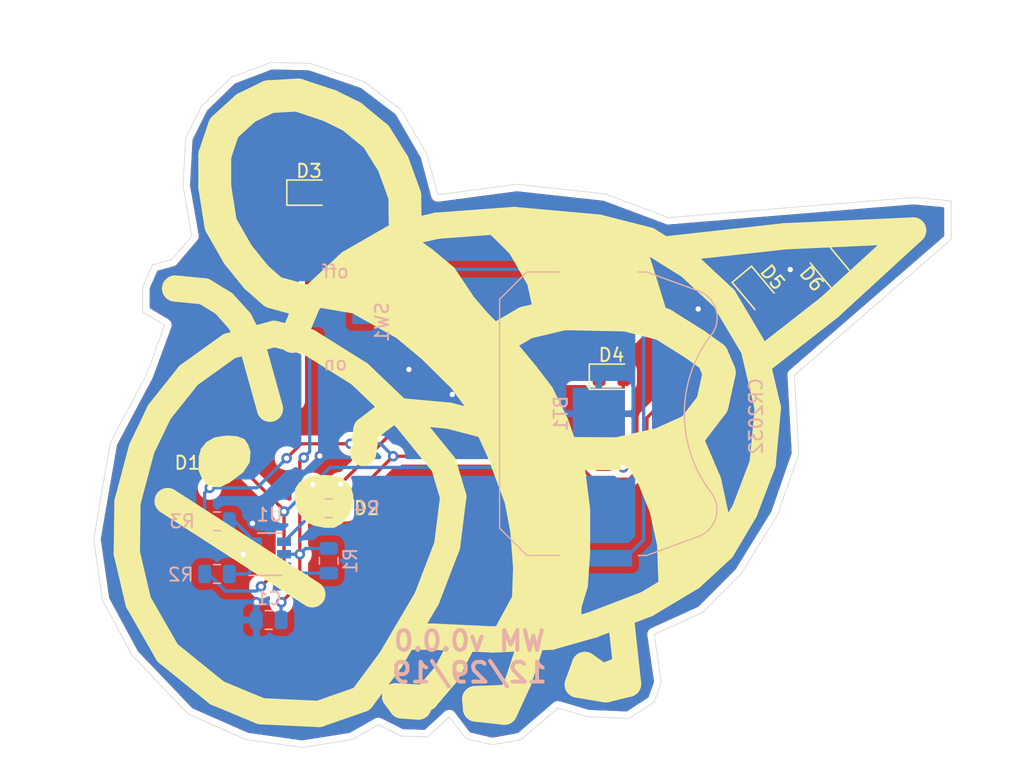
<source format=kicad_pcb>
(kicad_pcb (version 20171130) (host pcbnew "(5.1.2)-1")

  (general
    (thickness 1.6)
    (drawings 158)
    (tracks 104)
    (zones 0)
    (modules 14)
    (nets 12)
  )

  (page A4)
  (layers
    (0 F.Cu signal)
    (31 B.Cu signal)
    (32 B.Adhes user)
    (33 F.Adhes user)
    (34 B.Paste user)
    (35 F.Paste user)
    (36 B.SilkS user)
    (37 F.SilkS user)
    (38 B.Mask user)
    (39 F.Mask user)
    (40 Dwgs.User user)
    (41 Cmts.User user)
    (42 Eco1.User user)
    (43 Eco2.User user)
    (44 Edge.Cuts user)
    (45 Margin user)
    (46 B.CrtYd user)
    (47 F.CrtYd user)
    (48 B.Fab user)
    (49 F.Fab user)
  )

  (setup
    (last_trace_width 0.25)
    (user_trace_width 0.2)
    (trace_clearance 0.2)
    (zone_clearance 0.508)
    (zone_45_only no)
    (trace_min 0.2)
    (via_size 0.8)
    (via_drill 0.4)
    (via_min_size 0.4)
    (via_min_drill 0.3)
    (user_via 0.51 0.3)
    (uvia_size 0.3)
    (uvia_drill 0.1)
    (uvias_allowed no)
    (uvia_min_size 0.2)
    (uvia_min_drill 0.1)
    (edge_width 0.05)
    (segment_width 0.2)
    (pcb_text_width 0.3)
    (pcb_text_size 1.5 1.5)
    (mod_edge_width 0.12)
    (mod_text_size 1 1)
    (mod_text_width 0.15)
    (pad_size 1.524 1.524)
    (pad_drill 0.762)
    (pad_to_mask_clearance 0.051)
    (solder_mask_min_width 0.25)
    (aux_axis_origin 0 0)
    (visible_elements 7FFFFFFF)
    (pcbplotparams
      (layerselection 0x010fc_ffffffff)
      (usegerberextensions false)
      (usegerberattributes false)
      (usegerberadvancedattributes false)
      (creategerberjobfile false)
      (excludeedgelayer true)
      (linewidth 0.100000)
      (plotframeref false)
      (viasonmask false)
      (mode 1)
      (useauxorigin false)
      (hpglpennumber 1)
      (hpglpenspeed 20)
      (hpglpendiameter 15.000000)
      (psnegative false)
      (psa4output false)
      (plotreference true)
      (plotvalue true)
      (plotinvisibletext false)
      (padsonsilk false)
      (subtractmaskfromsilk false)
      (outputformat 1)
      (mirror false)
      (drillshape 0)
      (scaleselection 1)
      (outputdirectory "gbr/"))
  )

  (net 0 "")
  (net 1 +3V0)
  (net 2 GND)
  (net 3 "Net-(C1-Pad1)")
  (net 4 "Net-(D1-Pad2)")
  (net 5 "Net-(D1-Pad1)")
  (net 6 "Net-(D3-Pad2)")
  (net 7 "Net-(R1-Pad1)")
  (net 8 "Net-(R2-Pad2)")
  (net 9 "Net-(R3-Pad2)")
  (net 10 "Net-(R4-Pad2)")
  (net 11 "Net-(SW1-Pad3)")

  (net_class Default "This is the default net class."
    (clearance 0.2)
    (trace_width 0.25)
    (via_dia 0.8)
    (via_drill 0.4)
    (uvia_dia 0.3)
    (uvia_drill 0.1)
    (add_net +3V0)
    (add_net GND)
    (add_net "Net-(C1-Pad1)")
    (add_net "Net-(D1-Pad1)")
    (add_net "Net-(D1-Pad2)")
    (add_net "Net-(D3-Pad2)")
    (add_net "Net-(R1-Pad1)")
    (add_net "Net-(R2-Pad2)")
    (add_net "Net-(R3-Pad2)")
    (add_net "Net-(R4-Pad2)")
    (add_net "Net-(SW1-Pad3)")
  )

  (module Package_TO_SOT_SMD:SOT-23-6 (layer B.Cu) (tedit 5A02FF57) (tstamp 5E097FCA)
    (at 26.5 50.5)
    (descr "6-pin SOT-23 package")
    (tags SOT-23-6)
    (path /5E08D749)
    (attr smd)
    (fp_text reference U1 (at 0 -3) (layer B.SilkS)
      (effects (font (size 1 1) (thickness 0.15)) (justify mirror))
    )
    (fp_text value ATtiny10-TS (at 0 -2.9) (layer B.Fab)
      (effects (font (size 1 1) (thickness 0.15)) (justify mirror))
    )
    (fp_line (start 0.9 1.55) (end 0.9 -1.55) (layer B.Fab) (width 0.1))
    (fp_line (start 0.9 -1.55) (end -0.9 -1.55) (layer B.Fab) (width 0.1))
    (fp_line (start -0.9 0.9) (end -0.9 -1.55) (layer B.Fab) (width 0.1))
    (fp_line (start 0.9 1.55) (end -0.25 1.55) (layer B.Fab) (width 0.1))
    (fp_line (start -0.9 0.9) (end -0.25 1.55) (layer B.Fab) (width 0.1))
    (fp_line (start -1.9 1.8) (end -1.9 -1.8) (layer B.CrtYd) (width 0.05))
    (fp_line (start -1.9 -1.8) (end 1.9 -1.8) (layer B.CrtYd) (width 0.05))
    (fp_line (start 1.9 -1.8) (end 1.9 1.8) (layer B.CrtYd) (width 0.05))
    (fp_line (start 1.9 1.8) (end -1.9 1.8) (layer B.CrtYd) (width 0.05))
    (fp_line (start 0.9 1.61) (end -1.55 1.61) (layer B.SilkS) (width 0.12))
    (fp_line (start -0.9 -1.61) (end 0.9 -1.61) (layer B.SilkS) (width 0.12))
    (fp_text user %R (at 0 0 -90) (layer B.Fab)
      (effects (font (size 0.5 0.5) (thickness 0.075)) (justify mirror))
    )
    (pad 5 smd rect (at 1.1 0) (size 1.06 0.65) (layers B.Cu B.Paste B.Mask)
      (net 3 "Net-(C1-Pad1)"))
    (pad 6 smd rect (at 1.1 0.95) (size 1.06 0.65) (layers B.Cu B.Paste B.Mask)
      (net 7 "Net-(R1-Pad1)"))
    (pad 4 smd rect (at 1.1 -0.95) (size 1.06 0.65) (layers B.Cu B.Paste B.Mask)
      (net 10 "Net-(R4-Pad2)"))
    (pad 3 smd rect (at -1.1 -0.95) (size 1.06 0.65) (layers B.Cu B.Paste B.Mask)
      (net 9 "Net-(R3-Pad2)"))
    (pad 2 smd rect (at -1.1 0) (size 1.06 0.65) (layers B.Cu B.Paste B.Mask)
      (net 2 GND))
    (pad 1 smd rect (at -1.1 0.95) (size 1.06 0.65) (layers B.Cu B.Paste B.Mask)
      (net 8 "Net-(R2-Pad2)"))
    (model ${KISYS3DMOD}/Package_TO_SOT_SMD.3dshapes/SOT-23-6.wrl
      (at (xyz 0 0 0))
      (scale (xyz 1 1 1))
      (rotate (xyz 0 0 0))
    )
  )

  (module Button_Switch_SMD:CJS-1200TB (layer B.Cu) (tedit 5DEDC5F7) (tstamp 5E097FB4)
    (at 31.5 32.5 90)
    (path /5E0908AD)
    (fp_text reference SW1 (at -0.35 3.55 270) (layer B.SilkS)
      (effects (font (size 1 1) (thickness 0.15)) (justify mirror))
    )
    (fp_text value SW_SPDT (at 0 0.5 270) (layer B.Fab)
      (effects (font (size 1 1) (thickness 0.15)) (justify mirror))
    )
    (fp_line (start -2.7 -2.6) (end -2.7 2.6) (layer B.CrtYd) (width 0.12))
    (fp_line (start 2.7 -2.6) (end -2.7 -2.6) (layer B.CrtYd) (width 0.12))
    (fp_line (start 2.7 2.6) (end 2.7 -2.6) (layer B.CrtYd) (width 0.12))
    (fp_line (start -2.7 2.6) (end 2.7 2.6) (layer B.CrtYd) (width 0.12))
    (pad 3 smd rect (at 1.75 -1.95 90) (size 1 1.3) (layers B.Cu B.Paste B.Mask)
      (net 11 "Net-(SW1-Pad3)"))
    (pad 2 smd rect (at 0 1.95 90) (size 1 1.3) (layers B.Cu B.Paste B.Mask)
      (net 1 +3V0))
    (pad 1 smd rect (at -1.75 -1.95 90) (size 1 1.3) (layers B.Cu B.Paste B.Mask)
      (net 3 "Net-(C1-Pad1)"))
    (model Z:/project/kicad/custom_libs/models/Switch.3dshapes/CJS-1200TB.igs
      (offset (xyz 0 0 2.5))
      (scale (xyz 1 1 1))
      (rotate (xyz -90 0 0))
    )
  )

  (module Resistor_SMD:R_0805_2012Metric (layer B.Cu) (tedit 5B36C52B) (tstamp 5E097FA9)
    (at 31 47 180)
    (descr "Resistor SMD 0805 (2012 Metric), square (rectangular) end terminal, IPC_7351 nominal, (Body size source: https://docs.google.com/spreadsheets/d/1BsfQQcO9C6DZCsRaXUlFlo91Tg2WpOkGARC1WS5S8t0/edit?usp=sharing), generated with kicad-footprint-generator")
    (tags resistor)
    (path /5E0932FF)
    (attr smd)
    (fp_text reference R4 (at -2.9 0) (layer B.SilkS)
      (effects (font (size 1 1) (thickness 0.15)) (justify mirror))
    )
    (fp_text value 100R (at 0 -1.65) (layer B.Fab)
      (effects (font (size 1 1) (thickness 0.15)) (justify mirror))
    )
    (fp_text user %R (at 0 0) (layer B.Fab)
      (effects (font (size 0.5 0.5) (thickness 0.08)) (justify mirror))
    )
    (fp_line (start 1.68 -0.95) (end -1.68 -0.95) (layer B.CrtYd) (width 0.05))
    (fp_line (start 1.68 0.95) (end 1.68 -0.95) (layer B.CrtYd) (width 0.05))
    (fp_line (start -1.68 0.95) (end 1.68 0.95) (layer B.CrtYd) (width 0.05))
    (fp_line (start -1.68 -0.95) (end -1.68 0.95) (layer B.CrtYd) (width 0.05))
    (fp_line (start -0.258578 -0.71) (end 0.258578 -0.71) (layer B.SilkS) (width 0.12))
    (fp_line (start -0.258578 0.71) (end 0.258578 0.71) (layer B.SilkS) (width 0.12))
    (fp_line (start 1 -0.6) (end -1 -0.6) (layer B.Fab) (width 0.1))
    (fp_line (start 1 0.6) (end 1 -0.6) (layer B.Fab) (width 0.1))
    (fp_line (start -1 0.6) (end 1 0.6) (layer B.Fab) (width 0.1))
    (fp_line (start -1 -0.6) (end -1 0.6) (layer B.Fab) (width 0.1))
    (pad 2 smd roundrect (at 0.9375 0 180) (size 0.975 1.4) (layers B.Cu B.Paste B.Mask) (roundrect_rratio 0.25)
      (net 10 "Net-(R4-Pad2)"))
    (pad 1 smd roundrect (at -0.9375 0 180) (size 0.975 1.4) (layers B.Cu B.Paste B.Mask) (roundrect_rratio 0.25)
      (net 6 "Net-(D3-Pad2)"))
    (model ${KISYS3DMOD}/Resistor_SMD.3dshapes/R_0805_2012Metric.wrl
      (at (xyz 0 0 0))
      (scale (xyz 1 1 1))
      (rotate (xyz 0 0 0))
    )
  )

  (module Resistor_SMD:R_0805_2012Metric (layer B.Cu) (tedit 5B36C52B) (tstamp 5E097F98)
    (at 22.5 48)
    (descr "Resistor SMD 0805 (2012 Metric), square (rectangular) end terminal, IPC_7351 nominal, (Body size source: https://docs.google.com/spreadsheets/d/1BsfQQcO9C6DZCsRaXUlFlo91Tg2WpOkGARC1WS5S8t0/edit?usp=sharing), generated with kicad-footprint-generator")
    (tags resistor)
    (path /5E093112)
    (attr smd)
    (fp_text reference R3 (at -2.65 0) (layer B.SilkS)
      (effects (font (size 1 1) (thickness 0.15)) (justify mirror))
    )
    (fp_text value 100R (at 0 -1.65) (layer B.Fab)
      (effects (font (size 1 1) (thickness 0.15)) (justify mirror))
    )
    (fp_text user %R (at 0 0) (layer B.Fab)
      (effects (font (size 0.5 0.5) (thickness 0.08)) (justify mirror))
    )
    (fp_line (start 1.68 -0.95) (end -1.68 -0.95) (layer B.CrtYd) (width 0.05))
    (fp_line (start 1.68 0.95) (end 1.68 -0.95) (layer B.CrtYd) (width 0.05))
    (fp_line (start -1.68 0.95) (end 1.68 0.95) (layer B.CrtYd) (width 0.05))
    (fp_line (start -1.68 -0.95) (end -1.68 0.95) (layer B.CrtYd) (width 0.05))
    (fp_line (start -0.258578 -0.71) (end 0.258578 -0.71) (layer B.SilkS) (width 0.12))
    (fp_line (start -0.258578 0.71) (end 0.258578 0.71) (layer B.SilkS) (width 0.12))
    (fp_line (start 1 -0.6) (end -1 -0.6) (layer B.Fab) (width 0.1))
    (fp_line (start 1 0.6) (end 1 -0.6) (layer B.Fab) (width 0.1))
    (fp_line (start -1 0.6) (end 1 0.6) (layer B.Fab) (width 0.1))
    (fp_line (start -1 -0.6) (end -1 0.6) (layer B.Fab) (width 0.1))
    (pad 2 smd roundrect (at 0.9375 0) (size 0.975 1.4) (layers B.Cu B.Paste B.Mask) (roundrect_rratio 0.25)
      (net 9 "Net-(R3-Pad2)"))
    (pad 1 smd roundrect (at -0.9375 0) (size 0.975 1.4) (layers B.Cu B.Paste B.Mask) (roundrect_rratio 0.25)
      (net 5 "Net-(D1-Pad1)"))
    (model ${KISYS3DMOD}/Resistor_SMD.3dshapes/R_0805_2012Metric.wrl
      (at (xyz 0 0 0))
      (scale (xyz 1 1 1))
      (rotate (xyz 0 0 0))
    )
  )

  (module Resistor_SMD:R_0805_2012Metric (layer B.Cu) (tedit 5B36C52B) (tstamp 5E097F87)
    (at 22.5 52)
    (descr "Resistor SMD 0805 (2012 Metric), square (rectangular) end terminal, IPC_7351 nominal, (Body size source: https://docs.google.com/spreadsheets/d/1BsfQQcO9C6DZCsRaXUlFlo91Tg2WpOkGARC1WS5S8t0/edit?usp=sharing), generated with kicad-footprint-generator")
    (tags resistor)
    (path /5E091803)
    (attr smd)
    (fp_text reference R2 (at -2.75 0.05) (layer B.SilkS)
      (effects (font (size 1 1) (thickness 0.15)) (justify mirror))
    )
    (fp_text value 100R (at 0 -1.65) (layer B.Fab)
      (effects (font (size 1 1) (thickness 0.15)) (justify mirror))
    )
    (fp_text user %R (at 0 0) (layer B.Fab)
      (effects (font (size 0.5 0.5) (thickness 0.08)) (justify mirror))
    )
    (fp_line (start 1.68 -0.95) (end -1.68 -0.95) (layer B.CrtYd) (width 0.05))
    (fp_line (start 1.68 0.95) (end 1.68 -0.95) (layer B.CrtYd) (width 0.05))
    (fp_line (start -1.68 0.95) (end 1.68 0.95) (layer B.CrtYd) (width 0.05))
    (fp_line (start -1.68 -0.95) (end -1.68 0.95) (layer B.CrtYd) (width 0.05))
    (fp_line (start -0.258578 -0.71) (end 0.258578 -0.71) (layer B.SilkS) (width 0.12))
    (fp_line (start -0.258578 0.71) (end 0.258578 0.71) (layer B.SilkS) (width 0.12))
    (fp_line (start 1 -0.6) (end -1 -0.6) (layer B.Fab) (width 0.1))
    (fp_line (start 1 0.6) (end 1 -0.6) (layer B.Fab) (width 0.1))
    (fp_line (start -1 0.6) (end 1 0.6) (layer B.Fab) (width 0.1))
    (fp_line (start -1 -0.6) (end -1 0.6) (layer B.Fab) (width 0.1))
    (pad 2 smd roundrect (at 0.9375 0) (size 0.975 1.4) (layers B.Cu B.Paste B.Mask) (roundrect_rratio 0.25)
      (net 8 "Net-(R2-Pad2)"))
    (pad 1 smd roundrect (at -0.9375 0) (size 0.975 1.4) (layers B.Cu B.Paste B.Mask) (roundrect_rratio 0.25)
      (net 4 "Net-(D1-Pad2)"))
    (model ${KISYS3DMOD}/Resistor_SMD.3dshapes/R_0805_2012Metric.wrl
      (at (xyz 0 0 0))
      (scale (xyz 1 1 1))
      (rotate (xyz 0 0 0))
    )
  )

  (module Resistor_SMD:R_0805_2012Metric (layer B.Cu) (tedit 5B36C52B) (tstamp 5E097F76)
    (at 31 51 90)
    (descr "Resistor SMD 0805 (2012 Metric), square (rectangular) end terminal, IPC_7351 nominal, (Body size source: https://docs.google.com/spreadsheets/d/1BsfQQcO9C6DZCsRaXUlFlo91Tg2WpOkGARC1WS5S8t0/edit?usp=sharing), generated with kicad-footprint-generator")
    (tags resistor)
    (path /5E094A8D)
    (attr smd)
    (fp_text reference R1 (at 0 1.65 270) (layer B.SilkS)
      (effects (font (size 1 1) (thickness 0.15)) (justify mirror))
    )
    (fp_text value 10kR (at 0 -1.65 270) (layer B.Fab)
      (effects (font (size 1 1) (thickness 0.15)) (justify mirror))
    )
    (fp_text user %R (at 0 0 270) (layer B.Fab)
      (effects (font (size 0.5 0.5) (thickness 0.08)) (justify mirror))
    )
    (fp_line (start 1.68 -0.95) (end -1.68 -0.95) (layer B.CrtYd) (width 0.05))
    (fp_line (start 1.68 0.95) (end 1.68 -0.95) (layer B.CrtYd) (width 0.05))
    (fp_line (start -1.68 0.95) (end 1.68 0.95) (layer B.CrtYd) (width 0.05))
    (fp_line (start -1.68 -0.95) (end -1.68 0.95) (layer B.CrtYd) (width 0.05))
    (fp_line (start -0.258578 -0.71) (end 0.258578 -0.71) (layer B.SilkS) (width 0.12))
    (fp_line (start -0.258578 0.71) (end 0.258578 0.71) (layer B.SilkS) (width 0.12))
    (fp_line (start 1 -0.6) (end -1 -0.6) (layer B.Fab) (width 0.1))
    (fp_line (start 1 0.6) (end 1 -0.6) (layer B.Fab) (width 0.1))
    (fp_line (start -1 0.6) (end 1 0.6) (layer B.Fab) (width 0.1))
    (fp_line (start -1 -0.6) (end -1 0.6) (layer B.Fab) (width 0.1))
    (pad 2 smd roundrect (at 0.9375 0 90) (size 0.975 1.4) (layers B.Cu B.Paste B.Mask) (roundrect_rratio 0.25)
      (net 3 "Net-(C1-Pad1)"))
    (pad 1 smd roundrect (at -0.9375 0 90) (size 0.975 1.4) (layers B.Cu B.Paste B.Mask) (roundrect_rratio 0.25)
      (net 7 "Net-(R1-Pad1)"))
    (model ${KISYS3DMOD}/Resistor_SMD.3dshapes/R_0805_2012Metric.wrl
      (at (xyz 0 0 0))
      (scale (xyz 1 1 1))
      (rotate (xyz 0 0 0))
    )
  )

  (module LED_SMD:LED_0805_2012Metric (layer F.Cu) (tedit 5B36C52C) (tstamp 5E097F65)
    (at 69 28.5 130)
    (descr "LED SMD 0805 (2012 Metric), square (rectangular) end terminal, IPC_7351 nominal, (Body size source: https://docs.google.com/spreadsheets/d/1BsfQQcO9C6DZCsRaXUlFlo91Tg2WpOkGARC1WS5S8t0/edit?usp=sharing), generated with kicad-footprint-generator")
    (tags diode)
    (path /5E08F788)
    (attr smd)
    (fp_text reference D6 (at 0 -1.65 130) (layer F.SilkS)
      (effects (font (size 1 1) (thickness 0.15)))
    )
    (fp_text value LED (at 0 1.65 130) (layer F.Fab)
      (effects (font (size 1 1) (thickness 0.15)))
    )
    (fp_text user %R (at 0 0 130) (layer F.Fab)
      (effects (font (size 0.5 0.5) (thickness 0.08)))
    )
    (fp_line (start 1.68 0.95) (end -1.68 0.95) (layer F.CrtYd) (width 0.05))
    (fp_line (start 1.68 -0.95) (end 1.68 0.95) (layer F.CrtYd) (width 0.05))
    (fp_line (start -1.68 -0.95) (end 1.68 -0.95) (layer F.CrtYd) (width 0.05))
    (fp_line (start -1.68 0.95) (end -1.68 -0.95) (layer F.CrtYd) (width 0.05))
    (fp_line (start -1.685 0.96) (end 1 0.96) (layer F.SilkS) (width 0.12))
    (fp_line (start -1.685 -0.96) (end -1.685 0.96) (layer F.SilkS) (width 0.12))
    (fp_line (start 1 -0.96) (end -1.685 -0.96) (layer F.SilkS) (width 0.12))
    (fp_line (start 1 0.6) (end 1 -0.6) (layer F.Fab) (width 0.1))
    (fp_line (start -1 0.6) (end 1 0.6) (layer F.Fab) (width 0.1))
    (fp_line (start -1 -0.3) (end -1 0.6) (layer F.Fab) (width 0.1))
    (fp_line (start -0.7 -0.6) (end -1 -0.3) (layer F.Fab) (width 0.1))
    (fp_line (start 1 -0.6) (end -0.7 -0.6) (layer F.Fab) (width 0.1))
    (pad 2 smd roundrect (at 0.9375 0 130) (size 0.975 1.4) (layers F.Cu F.Paste F.Mask) (roundrect_rratio 0.25)
      (net 6 "Net-(D3-Pad2)"))
    (pad 1 smd roundrect (at -0.9375 0 130) (size 0.975 1.4) (layers F.Cu F.Paste F.Mask) (roundrect_rratio 0.25)
      (net 5 "Net-(D1-Pad1)"))
    (model ${KISYS3DMOD}/LED_SMD.3dshapes/LED_0805_2012Metric.wrl
      (at (xyz 0 0 0))
      (scale (xyz 1 1 1))
      (rotate (xyz 0 0 0))
    )
  )

  (module LED_SMD:LED_0805_2012Metric (layer F.Cu) (tedit 5B36C52C) (tstamp 5E097F52)
    (at 63.5 30.5 310)
    (descr "LED SMD 0805 (2012 Metric), square (rectangular) end terminal, IPC_7351 nominal, (Body size source: https://docs.google.com/spreadsheets/d/1BsfQQcO9C6DZCsRaXUlFlo91Tg2WpOkGARC1WS5S8t0/edit?usp=sharing), generated with kicad-footprint-generator")
    (tags diode)
    (path /5E0901A4)
    (attr smd)
    (fp_text reference D5 (at 0 -1.65 130) (layer F.SilkS)
      (effects (font (size 1 1) (thickness 0.15)))
    )
    (fp_text value LED (at 0 1.65 130) (layer F.Fab)
      (effects (font (size 1 1) (thickness 0.15)))
    )
    (fp_text user %R (at 0 0 130) (layer F.Fab)
      (effects (font (size 0.5 0.5) (thickness 0.08)))
    )
    (fp_line (start 1.68 0.95) (end -1.68 0.95) (layer F.CrtYd) (width 0.05))
    (fp_line (start 1.68 -0.95) (end 1.68 0.95) (layer F.CrtYd) (width 0.05))
    (fp_line (start -1.68 -0.95) (end 1.68 -0.95) (layer F.CrtYd) (width 0.05))
    (fp_line (start -1.68 0.95) (end -1.68 -0.95) (layer F.CrtYd) (width 0.05))
    (fp_line (start -1.685 0.96) (end 1 0.96) (layer F.SilkS) (width 0.12))
    (fp_line (start -1.685 -0.96) (end -1.685 0.96) (layer F.SilkS) (width 0.12))
    (fp_line (start 1 -0.96) (end -1.685 -0.96) (layer F.SilkS) (width 0.12))
    (fp_line (start 1 0.6) (end 1 -0.6) (layer F.Fab) (width 0.1))
    (fp_line (start -1 0.6) (end 1 0.6) (layer F.Fab) (width 0.1))
    (fp_line (start -1 -0.3) (end -1 0.6) (layer F.Fab) (width 0.1))
    (fp_line (start -0.7 -0.6) (end -1 -0.3) (layer F.Fab) (width 0.1))
    (fp_line (start 1 -0.6) (end -0.7 -0.6) (layer F.Fab) (width 0.1))
    (pad 2 smd roundrect (at 0.9375 0 310) (size 0.975 1.4) (layers F.Cu F.Paste F.Mask) (roundrect_rratio 0.25)
      (net 5 "Net-(D1-Pad1)"))
    (pad 1 smd roundrect (at -0.9375 0 310) (size 0.975 1.4) (layers F.Cu F.Paste F.Mask) (roundrect_rratio 0.25)
      (net 6 "Net-(D3-Pad2)"))
    (model ${KISYS3DMOD}/LED_SMD.3dshapes/LED_0805_2012Metric.wrl
      (at (xyz 0 0 0))
      (scale (xyz 1 1 1))
      (rotate (xyz 0 0 0))
    )
  )

  (module LED_SMD:LED_0805_2012Metric (layer F.Cu) (tedit 5B36C52C) (tstamp 5E097F3F)
    (at 52.5 37)
    (descr "LED SMD 0805 (2012 Metric), square (rectangular) end terminal, IPC_7351 nominal, (Body size source: https://docs.google.com/spreadsheets/d/1BsfQQcO9C6DZCsRaXUlFlo91Tg2WpOkGARC1WS5S8t0/edit?usp=sharing), generated with kicad-footprint-generator")
    (tags diode)
    (path /5E090AF4)
    (attr smd)
    (fp_text reference D4 (at 0 -1.65) (layer F.SilkS)
      (effects (font (size 1 1) (thickness 0.15)))
    )
    (fp_text value LED (at 0 1.65) (layer F.Fab)
      (effects (font (size 1 1) (thickness 0.15)))
    )
    (fp_text user %R (at 0 0) (layer F.Fab)
      (effects (font (size 0.5 0.5) (thickness 0.08)))
    )
    (fp_line (start 1.68 0.95) (end -1.68 0.95) (layer F.CrtYd) (width 0.05))
    (fp_line (start 1.68 -0.95) (end 1.68 0.95) (layer F.CrtYd) (width 0.05))
    (fp_line (start -1.68 -0.95) (end 1.68 -0.95) (layer F.CrtYd) (width 0.05))
    (fp_line (start -1.68 0.95) (end -1.68 -0.95) (layer F.CrtYd) (width 0.05))
    (fp_line (start -1.685 0.96) (end 1 0.96) (layer F.SilkS) (width 0.12))
    (fp_line (start -1.685 -0.96) (end -1.685 0.96) (layer F.SilkS) (width 0.12))
    (fp_line (start 1 -0.96) (end -1.685 -0.96) (layer F.SilkS) (width 0.12))
    (fp_line (start 1 0.6) (end 1 -0.6) (layer F.Fab) (width 0.1))
    (fp_line (start -1 0.6) (end 1 0.6) (layer F.Fab) (width 0.1))
    (fp_line (start -1 -0.3) (end -1 0.6) (layer F.Fab) (width 0.1))
    (fp_line (start -0.7 -0.6) (end -1 -0.3) (layer F.Fab) (width 0.1))
    (fp_line (start 1 -0.6) (end -0.7 -0.6) (layer F.Fab) (width 0.1))
    (pad 2 smd roundrect (at 0.9375 0) (size 0.975 1.4) (layers F.Cu F.Paste F.Mask) (roundrect_rratio 0.25)
      (net 4 "Net-(D1-Pad2)"))
    (pad 1 smd roundrect (at -0.9375 0) (size 0.975 1.4) (layers F.Cu F.Paste F.Mask) (roundrect_rratio 0.25)
      (net 6 "Net-(D3-Pad2)"))
    (model ${KISYS3DMOD}/LED_SMD.3dshapes/LED_0805_2012Metric.wrl
      (at (xyz 0 0 0))
      (scale (xyz 1 1 1))
      (rotate (xyz 0 0 0))
    )
  )

  (module LED_SMD:LED_0805_2012Metric (layer F.Cu) (tedit 5B36C52C) (tstamp 5E097F2C)
    (at 29.5 23)
    (descr "LED SMD 0805 (2012 Metric), square (rectangular) end terminal, IPC_7351 nominal, (Body size source: https://docs.google.com/spreadsheets/d/1BsfQQcO9C6DZCsRaXUlFlo91Tg2WpOkGARC1WS5S8t0/edit?usp=sharing), generated with kicad-footprint-generator")
    (tags diode)
    (path /5E090AEE)
    (attr smd)
    (fp_text reference D3 (at 0 -1.65) (layer F.SilkS)
      (effects (font (size 1 1) (thickness 0.15)))
    )
    (fp_text value LED (at 0 1.65) (layer F.Fab)
      (effects (font (size 1 1) (thickness 0.15)))
    )
    (fp_text user %R (at 0 0) (layer F.Fab)
      (effects (font (size 0.5 0.5) (thickness 0.08)))
    )
    (fp_line (start 1.68 0.95) (end -1.68 0.95) (layer F.CrtYd) (width 0.05))
    (fp_line (start 1.68 -0.95) (end 1.68 0.95) (layer F.CrtYd) (width 0.05))
    (fp_line (start -1.68 -0.95) (end 1.68 -0.95) (layer F.CrtYd) (width 0.05))
    (fp_line (start -1.68 0.95) (end -1.68 -0.95) (layer F.CrtYd) (width 0.05))
    (fp_line (start -1.685 0.96) (end 1 0.96) (layer F.SilkS) (width 0.12))
    (fp_line (start -1.685 -0.96) (end -1.685 0.96) (layer F.SilkS) (width 0.12))
    (fp_line (start 1 -0.96) (end -1.685 -0.96) (layer F.SilkS) (width 0.12))
    (fp_line (start 1 0.6) (end 1 -0.6) (layer F.Fab) (width 0.1))
    (fp_line (start -1 0.6) (end 1 0.6) (layer F.Fab) (width 0.1))
    (fp_line (start -1 -0.3) (end -1 0.6) (layer F.Fab) (width 0.1))
    (fp_line (start -0.7 -0.6) (end -1 -0.3) (layer F.Fab) (width 0.1))
    (fp_line (start 1 -0.6) (end -0.7 -0.6) (layer F.Fab) (width 0.1))
    (pad 2 smd roundrect (at 0.9375 0) (size 0.975 1.4) (layers F.Cu F.Paste F.Mask) (roundrect_rratio 0.25)
      (net 6 "Net-(D3-Pad2)"))
    (pad 1 smd roundrect (at -0.9375 0) (size 0.975 1.4) (layers F.Cu F.Paste F.Mask) (roundrect_rratio 0.25)
      (net 4 "Net-(D1-Pad2)"))
    (model ${KISYS3DMOD}/LED_SMD.3dshapes/LED_0805_2012Metric.wrl
      (at (xyz 0 0 0))
      (scale (xyz 1 1 1))
      (rotate (xyz 0 0 0))
    )
  )

  (module LED_SMD:LED_0805_2012Metric (layer F.Cu) (tedit 5B36C52C) (tstamp 5E097F19)
    (at 31.2 46.8)
    (descr "LED SMD 0805 (2012 Metric), square (rectangular) end terminal, IPC_7351 nominal, (Body size source: https://docs.google.com/spreadsheets/d/1BsfQQcO9C6DZCsRaXUlFlo91Tg2WpOkGARC1WS5S8t0/edit?usp=sharing), generated with kicad-footprint-generator")
    (tags diode)
    (path /5E09019E)
    (attr smd)
    (fp_text reference D2 (at 2.7 0.2) (layer F.SilkS)
      (effects (font (size 1 1) (thickness 0.15)))
    )
    (fp_text value LED (at 0 1.65) (layer F.Fab)
      (effects (font (size 1 1) (thickness 0.15)))
    )
    (fp_text user %R (at 0 0) (layer F.Fab)
      (effects (font (size 0.5 0.5) (thickness 0.08)))
    )
    (fp_line (start 1.68 0.95) (end -1.68 0.95) (layer F.CrtYd) (width 0.05))
    (fp_line (start 1.68 -0.95) (end 1.68 0.95) (layer F.CrtYd) (width 0.05))
    (fp_line (start -1.68 -0.95) (end 1.68 -0.95) (layer F.CrtYd) (width 0.05))
    (fp_line (start -1.68 0.95) (end -1.68 -0.95) (layer F.CrtYd) (width 0.05))
    (fp_line (start -1.685 0.96) (end 1 0.96) (layer F.SilkS) (width 0.12))
    (fp_line (start -1.685 -0.96) (end -1.685 0.96) (layer F.SilkS) (width 0.12))
    (fp_line (start 1 -0.96) (end -1.685 -0.96) (layer F.SilkS) (width 0.12))
    (fp_line (start 1 0.6) (end 1 -0.6) (layer F.Fab) (width 0.1))
    (fp_line (start -1 0.6) (end 1 0.6) (layer F.Fab) (width 0.1))
    (fp_line (start -1 -0.3) (end -1 0.6) (layer F.Fab) (width 0.1))
    (fp_line (start -0.7 -0.6) (end -1 -0.3) (layer F.Fab) (width 0.1))
    (fp_line (start 1 -0.6) (end -0.7 -0.6) (layer F.Fab) (width 0.1))
    (pad 2 smd roundrect (at 0.9375 0) (size 0.975 1.4) (layers F.Cu F.Paste F.Mask) (roundrect_rratio 0.25)
      (net 5 "Net-(D1-Pad1)"))
    (pad 1 smd roundrect (at -0.9375 0) (size 0.975 1.4) (layers F.Cu F.Paste F.Mask) (roundrect_rratio 0.25)
      (net 4 "Net-(D1-Pad2)"))
    (model ${KISYS3DMOD}/LED_SMD.3dshapes/LED_0805_2012Metric.wrl
      (at (xyz 0 0 0))
      (scale (xyz 1 1 1))
      (rotate (xyz 0 0 0))
    )
  )

  (module LED_SMD:LED_0805_2012Metric (layer F.Cu) (tedit 5B36C52C) (tstamp 5E097F06)
    (at 23 43.5)
    (descr "LED SMD 0805 (2012 Metric), square (rectangular) end terminal, IPC_7351 nominal, (Body size source: https://docs.google.com/spreadsheets/d/1BsfQQcO9C6DZCsRaXUlFlo91Tg2WpOkGARC1WS5S8t0/edit?usp=sharing), generated with kicad-footprint-generator")
    (tags diode)
    (path /5E08E516)
    (attr smd)
    (fp_text reference D1 (at -2.75 0.05) (layer F.SilkS)
      (effects (font (size 1 1) (thickness 0.15)))
    )
    (fp_text value LED (at 0 1.65) (layer F.Fab)
      (effects (font (size 1 1) (thickness 0.15)))
    )
    (fp_text user %R (at 0 0) (layer F.Fab)
      (effects (font (size 0.5 0.5) (thickness 0.08)))
    )
    (fp_line (start 1.68 0.95) (end -1.68 0.95) (layer F.CrtYd) (width 0.05))
    (fp_line (start 1.68 -0.95) (end 1.68 0.95) (layer F.CrtYd) (width 0.05))
    (fp_line (start -1.68 -0.95) (end 1.68 -0.95) (layer F.CrtYd) (width 0.05))
    (fp_line (start -1.68 0.95) (end -1.68 -0.95) (layer F.CrtYd) (width 0.05))
    (fp_line (start -1.685 0.96) (end 1 0.96) (layer F.SilkS) (width 0.12))
    (fp_line (start -1.685 -0.96) (end -1.685 0.96) (layer F.SilkS) (width 0.12))
    (fp_line (start 1 -0.96) (end -1.685 -0.96) (layer F.SilkS) (width 0.12))
    (fp_line (start 1 0.6) (end 1 -0.6) (layer F.Fab) (width 0.1))
    (fp_line (start -1 0.6) (end 1 0.6) (layer F.Fab) (width 0.1))
    (fp_line (start -1 -0.3) (end -1 0.6) (layer F.Fab) (width 0.1))
    (fp_line (start -0.7 -0.6) (end -1 -0.3) (layer F.Fab) (width 0.1))
    (fp_line (start 1 -0.6) (end -0.7 -0.6) (layer F.Fab) (width 0.1))
    (pad 2 smd roundrect (at 0.9375 0) (size 0.975 1.4) (layers F.Cu F.Paste F.Mask) (roundrect_rratio 0.25)
      (net 4 "Net-(D1-Pad2)"))
    (pad 1 smd roundrect (at -0.9375 0) (size 0.975 1.4) (layers F.Cu F.Paste F.Mask) (roundrect_rratio 0.25)
      (net 5 "Net-(D1-Pad1)"))
    (model ${KISYS3DMOD}/LED_SMD.3dshapes/LED_0805_2012Metric.wrl
      (at (xyz 0 0 0))
      (scale (xyz 1 1 1))
      (rotate (xyz 0 0 0))
    )
  )

  (module Capacitor_SMD:C_0805_2012Metric (layer B.Cu) (tedit 5B36C52B) (tstamp 5E097EF3)
    (at 26.4375 55.5 180)
    (descr "Capacitor SMD 0805 (2012 Metric), square (rectangular) end terminal, IPC_7351 nominal, (Body size source: https://docs.google.com/spreadsheets/d/1BsfQQcO9C6DZCsRaXUlFlo91Tg2WpOkGARC1WS5S8t0/edit?usp=sharing), generated with kicad-footprint-generator")
    (tags capacitor)
    (path /5E095D78)
    (attr smd)
    (fp_text reference C1 (at 0 1.65) (layer B.SilkS)
      (effects (font (size 1 1) (thickness 0.15)) (justify mirror))
    )
    (fp_text value 1pF (at 0 -1.65) (layer B.Fab)
      (effects (font (size 1 1) (thickness 0.15)) (justify mirror))
    )
    (fp_text user %R (at 0 0) (layer B.Fab)
      (effects (font (size 0.5 0.5) (thickness 0.08)) (justify mirror))
    )
    (fp_line (start 1.68 -0.95) (end -1.68 -0.95) (layer B.CrtYd) (width 0.05))
    (fp_line (start 1.68 0.95) (end 1.68 -0.95) (layer B.CrtYd) (width 0.05))
    (fp_line (start -1.68 0.95) (end 1.68 0.95) (layer B.CrtYd) (width 0.05))
    (fp_line (start -1.68 -0.95) (end -1.68 0.95) (layer B.CrtYd) (width 0.05))
    (fp_line (start -0.258578 -0.71) (end 0.258578 -0.71) (layer B.SilkS) (width 0.12))
    (fp_line (start -0.258578 0.71) (end 0.258578 0.71) (layer B.SilkS) (width 0.12))
    (fp_line (start 1 -0.6) (end -1 -0.6) (layer B.Fab) (width 0.1))
    (fp_line (start 1 0.6) (end 1 -0.6) (layer B.Fab) (width 0.1))
    (fp_line (start -1 0.6) (end 1 0.6) (layer B.Fab) (width 0.1))
    (fp_line (start -1 -0.6) (end -1 0.6) (layer B.Fab) (width 0.1))
    (pad 2 smd roundrect (at 0.9375 0 180) (size 0.975 1.4) (layers B.Cu B.Paste B.Mask) (roundrect_rratio 0.25)
      (net 2 GND))
    (pad 1 smd roundrect (at -0.9375 0 180) (size 0.975 1.4) (layers B.Cu B.Paste B.Mask) (roundrect_rratio 0.25)
      (net 3 "Net-(C1-Pad1)"))
    (model ${KISYS3DMOD}/Capacitor_SMD.3dshapes/C_0805_2012Metric.wrl
      (at (xyz 0 0 0))
      (scale (xyz 1 1 1))
      (rotate (xyz 0 0 0))
    )
  )

  (module Battery:BatteryHolder_Keystone_3034_1x20mm (layer B.Cu) (tedit 595D9565) (tstamp 5E097EE2)
    (at 51.53406 39.8145 270)
    (descr "Keystone 3034 SMD battery holder for 2020, 2025 and 2032 coincell batteries. http://www.keyelco.com/product-pdf.cfm?p=798")
    (tags "Keystone type 3034 coin cell retainer")
    (path /5DED5CA9)
    (attr smd)
    (fp_text reference BT1 (at -0.0145 2.88406 90) (layer B.SilkS)
      (effects (font (size 1 1) (thickness 0.15)) (justify mirror))
    )
    (fp_text value Battery_Cell (at 0 -11.5 90) (layer B.Fab)
      (effects (font (size 1 1) (thickness 0.15)) (justify mirror))
    )
    (fp_line (start 11.87 -2.79) (end 11.87 2.79) (layer B.CrtYd) (width 0.05))
    (fp_line (start 10.88 -2.79) (end 11.87 -2.79) (layer B.CrtYd) (width 0.05))
    (fp_line (start 10.88 -3.64) (end 10.88 -2.79) (layer B.CrtYd) (width 0.05))
    (fp_line (start 9.43 -7.63) (end 10.88 -3.64) (layer B.CrtYd) (width 0.05))
    (fp_arc (start 7.31 -6.85) (end 5.96 -8.64) (angle 106.9) (layer B.CrtYd) (width 0.05))
    (fp_arc (start 0 0) (end -5.96 -8.64) (angle 69.1) (layer B.CrtYd) (width 0.05))
    (fp_arc (start -7.31 -6.85) (end -9.43 -7.62) (angle 106.9) (layer B.CrtYd) (width 0.05))
    (fp_line (start -10.88 -3.64) (end -9.44 -7.62) (layer B.CrtYd) (width 0.05))
    (fp_line (start -10.88 -2.79) (end -10.88 -3.64) (layer B.CrtYd) (width 0.05))
    (fp_line (start -11.87 -2.79) (end -10.88 -2.79) (layer B.CrtYd) (width 0.05))
    (fp_line (start -11.87 2.79) (end -11.87 -2.79) (layer B.CrtYd) (width 0.05))
    (fp_line (start -10.88 2.79) (end -11.87 2.79) (layer B.CrtYd) (width 0.05))
    (fp_line (start -10.88 5.5) (end -10.88 2.79) (layer B.CrtYd) (width 0.05))
    (fp_line (start -8.74 7.64) (end -10.88 5.5) (layer B.CrtYd) (width 0.05))
    (fp_line (start -7.2 7.64) (end -8.74 7.64) (layer B.CrtYd) (width 0.05))
    (fp_arc (start 0 0) (end 7.2 7.64) (angle 86.6) (layer B.CrtYd) (width 0.05))
    (fp_line (start 8.74 7.64) (end 7.2 7.64) (layer B.CrtYd) (width 0.05))
    (fp_line (start 10.88 5.5) (end 8.74 7.64) (layer B.CrtYd) (width 0.05))
    (fp_line (start 10.88 2.79) (end 10.88 5.5) (layer B.CrtYd) (width 0.05))
    (fp_line (start 11.87 2.79) (end 10.88 2.79) (layer B.CrtYd) (width 0.05))
    (fp_arc (start -7.31 -6.85) (end -9.19 -7.53) (angle 107.5) (layer B.Fab) (width 0.1))
    (fp_arc (start 0 -16.36) (end 6.1 -8.43) (angle 75.1) (layer B.Fab) (width 0.1))
    (fp_arc (start 7.31 -6.85) (end 6.1 -8.43) (angle 107.5) (layer B.Fab) (width 0.1))
    (fp_line (start 10.63 -3.6) (end 9.19 -7.53) (layer B.Fab) (width 0.1))
    (fp_line (start 10.63 5.4) (end 10.63 -3.6) (layer B.Fab) (width 0.1))
    (fp_line (start 8.64 7.39) (end 10.63 5.4) (layer B.Fab) (width 0.1))
    (fp_line (start -8.64 7.39) (end 8.64 7.39) (layer B.Fab) (width 0.1))
    (fp_line (start -10.63 5.4) (end -8.64 7.39) (layer B.Fab) (width 0.1))
    (fp_line (start -10.63 -3.6) (end -10.63 5.4) (layer B.Fab) (width 0.1))
    (fp_line (start -9.19 -7.53) (end -10.63 -3.6) (layer B.Fab) (width 0.1))
    (fp_line (start 10.78 -3) (end 10.78 -3.63) (layer B.SilkS) (width 0.1))
    (fp_line (start 10.78 5.46) (end 10.78 3) (layer B.SilkS) (width 0.1))
    (fp_line (start -10.78 -3) (end -10.78 -3.63) (layer B.SilkS) (width 0.1))
    (fp_line (start -10.78 5.46) (end -10.78 3) (layer B.SilkS) (width 0.1))
    (fp_arc (start 7.31 -6.85) (end 6 -8.55) (angle 107.5) (layer B.SilkS) (width 0.1))
    (fp_line (start 10.78 -3.63) (end 9.34 -7.58) (layer B.SilkS) (width 0.1))
    (fp_line (start 8.7 7.54) (end 10.78 5.46) (layer B.SilkS) (width 0.1))
    (fp_line (start 8.7 7.54) (end -8.7 7.54) (layer B.SilkS) (width 0.1))
    (fp_line (start -8.7 7.54) (end -10.78 5.46) (layer B.SilkS) (width 0.1))
    (fp_line (start -10.78 -3.63) (end -9.34 -7.58) (layer B.SilkS) (width 0.1))
    (fp_arc (start -7.31 -6.85) (end -9.34 -7.58) (angle 107.5) (layer B.SilkS) (width 0.1))
    (fp_arc (start 0 -16.36) (end 6 -8.55) (angle 75.1) (layer B.SilkS) (width 0.1))
    (fp_circle (center 0 0) (end 0 -10.25) (layer Dwgs.User) (width 0.15))
    (fp_text user %R (at 0 2.9 90) (layer B.Fab)
      (effects (font (size 1 1) (thickness 0.15)) (justify mirror))
    )
    (pad 1 smd rect (at -10.985 0 270) (size 1.27 5.08) (layers B.Cu B.Paste B.Mask)
      (net 1 +3V0))
    (pad 1 smd rect (at 10.985 0 270) (size 1.27 5.08) (layers B.Cu B.Paste B.Mask)
      (net 1 +3V0))
    (pad 2 smd rect (at 0 0 270) (size 3.96 3.96) (layers B.Cu B.Paste B.Mask)
      (net 2 GND))
    (model ${KISYS3DMOD}/Battery.3dshapes/BatteryHolder_Keystone_3034_1x20mm.wrl
      (at (xyz 0 0 0))
      (scale (xyz 1 1 1))
      (rotate (xyz 0 0 0))
    )
  )

  (gr_text "WM v0.0.0\n12/29/19" (at 41.7 58.3) (layer B.SilkS)
    (effects (font (size 1.5 1.5) (thickness 0.3)) (justify mirror))
  )
  (gr_text CR2032 (at 63.5 40 90) (layer B.SilkS)
    (effects (font (size 1 1) (thickness 0.15)) (justify mirror))
  )
  (gr_text off (at 31.5 29) (layer B.SilkS)
    (effects (font (size 1 1) (thickness 0.15)) (justify mirror))
  )
  (gr_text on (at 31.5 36) (layer B.SilkS)
    (effects (font (size 1 1) (thickness 0.15)) (justify mirror))
  )
  (gr_line (start 26.5938 13.09878) (end 23.5839 14.2367) (layer Edge.Cuts) (width 0.05) (tstamp 5E098194))
  (gr_line (start 29.5783 13.1699) (end 26.5938 13.09878) (layer Edge.Cuts) (width 0.05))
  (gr_line (start 48.43018 62.19444) (end 45.6311 64.59474) (layer Edge.Cuts) (width 0.05) (tstamp 5E098193))
  (gr_poly (pts (xy 59.41822 41.52392) (xy 60.77712 44.69638) (xy 61.5569 48.29556) (xy 58.8137 52.4764) (xy 56.14416 53.28158) (xy 56.0197 49.80686) (xy 55.46598 47.28972) (xy 54.60746 45.1739) (xy 53.57622 43.48734) (xy 55.8927 42.4053)) (layer F.SilkS) (width 0.1))
  (gr_poly (pts (xy 43.0022 25.83942) (xy 44.79036 27.60218) (xy 46.14926 29.96692) (xy 46.60138 31.98114) (xy 56.77408 32.4104) (xy 55.9435 29.71546) (xy 55.18658 27.29992) (xy 48.7172 25.46096)) (layer F.SilkS) (width 0.1))
  (gr_poly (pts (xy 29.73324 31.60522) (xy 32.8295 32.13354) (xy 36.17976 34.02076) (xy 38.11778 35.63366) (xy 40.35806 37.84854) (xy 41.36644 39.20744) (xy 43.1292 43.08602) (xy 44.4373 46.5836) (xy 44.86402 48.82642) (xy 45.06722 51.51882) (xy 44.99102 53.73624) (xy 43.55592 56.37784) (xy 50.1523 55.77332) (xy 50.1777 54.54142) (xy 50.65522 52.95392) (xy 50.83302 50.36058) (xy 50.83302 47.06366) (xy 50.42916 43.9166) (xy 49.14646 40.24122) (xy 47.96282 37.82314) (xy 46.72838 36.21278) (xy 45.24248 34.42462) (xy 43.0276 32.15894) (xy 41.99382 30.9499) (xy 40.51046 28.73502) (xy 38.84676 27.35072) (xy 37.79012 26.5938) (xy 32.9819 28.43276)) (layer F.SilkS) (width 0.1))
  (gr_line (start 52.9971 42.85742) (end 48.99406 42.83456) (layer F.SilkS) (width 2.5))
  (gr_line (start 56.29656 42.10304) (end 52.9971 42.85742) (layer F.SilkS) (width 2.5))
  (gr_line (start 58.6867 41.021) (end 56.29656 42.10304) (layer F.SilkS) (width 2.5))
  (gr_line (start 60.1726 39.08298) (end 58.6867 41.021) (layer F.SilkS) (width 2.5))
  (gr_line (start 60.70092 36.6903) (end 60.1726 39.08298) (layer F.SilkS) (width 2.5))
  (gr_line (start 60.198 35.50666) (end 60.70092 36.6903) (layer F.SilkS) (width 2.5))
  (gr_line (start 58.8645 34.54908) (end 60.198 35.50666) (layer F.SilkS) (width 2.5))
  (gr_line (start 56.42102 33.01492) (end 58.8645 34.54908) (layer F.SilkS) (width 2.5))
  (gr_line (start 53.62702 32.3088) (end 56.42102 33.01492) (layer F.SilkS) (width 2.5))
  (gr_line (start 48.8696 32.20974) (end 53.62702 32.3088) (layer F.SilkS) (width 2.5))
  (gr_line (start 45.9994 32.88792) (end 48.8696 32.20974) (layer F.SilkS) (width 2.5))
  (gr_line (start 43.50512 34.34842) (end 45.9994 32.88792) (layer F.SilkS) (width 2.5))
  (gr_line (start 26.78938 30.57144) (end 29.05506 31.20136) (layer F.SilkS) (width 2.5))
  (gr_line (start 25.50414 29.44876) (end 26.78938 30.57144) (layer F.SilkS) (width 2.5))
  (gr_line (start 24.09444 27.7114) (end 25.50414 29.44876) (layer F.SilkS) (width 2.5))
  (gr_line (start 22.78634 25.42032) (end 24.09444 27.7114) (layer F.SilkS) (width 2.5))
  (gr_line (start 22.33168 22.55012) (end 22.78634 25.42032) (layer F.SilkS) (width 2.5))
  (gr_line (start 22.33168 20.15998) (end 22.33168 22.55012) (layer F.SilkS) (width 2.5))
  (gr_line (start 23.0378 18.06956) (end 22.33168 20.15998) (layer F.SilkS) (width 2.5))
  (gr_line (start 24.69896 16.55826) (end 23.0378 18.06956) (layer F.SilkS) (width 2.5))
  (gr_line (start 26.46172 15.70228) (end 24.69896 16.55826) (layer F.SilkS) (width 2.5))
  (gr_line (start 28.6512 15.57782) (end 26.46172 15.70228) (layer F.SilkS) (width 2.5))
  (gr_line (start 31.06928 16.383) (end 28.6512 15.57782) (layer F.SilkS) (width 2.5))
  (gr_line (start 32.75584 17.21358) (end 31.06928 16.383) (layer F.SilkS) (width 2.5))
  (gr_line (start 34.61766 18.75028) (end 32.75584 17.21358) (layer F.SilkS) (width 2.5))
  (gr_line (start 35.9029 20.81276) (end 34.61766 18.75028) (layer F.SilkS) (width 2.5))
  (gr_line (start 36.78428 23.23084) (end 35.9029 20.81276) (layer F.SilkS) (width 2.5))
  (gr_line (start 36.80968 25.24506) (end 36.78428 23.23084) (layer F.SilkS) (width 2.5))
  (gr_line (start 69.06514 31.73222) (end 63.96482 35.71748) (layer F.SilkS) (width 2))
  (gr_line (start 75.44308 25.87752) (end 69.06514 31.73222) (layer F.SilkS) (width 2))
  (gr_line (start 65.68694 26.31948) (end 75.44308 25.87752) (layer F.SilkS) (width 2))
  (gr_line (start 56.769 27.305) (end 65.68694 26.31948) (layer F.SilkS) (width 2))
  (gr_line (start 51.79314 59.84748) (end 53.10632 59.33948) (layer F.SilkS) (width 2))
  (gr_line (start 50.47996 58.92038) (end 51.79314 59.84748) (layer F.SilkS) (width 2))
  (gr_line (start 49.94148 60.4139) (end 50.47996 58.92038) (layer F.SilkS) (width 2))
  (gr_line (start 52.06238 60.77204) (end 49.94148 60.4139) (layer F.SilkS) (width 2))
  (gr_line (start 53.76418 60.35548) (end 52.06238 60.77204) (layer F.SilkS) (width 2))
  (gr_line (start 53.25618 55.69458) (end 53.76418 60.35548) (layer F.SilkS) (width 2))
  (gr_line (start 42.14622 61.5188) (end 44.41444 61.4299) (layer F.SilkS) (width 2))
  (gr_line (start 42.20464 62.23762) (end 42.14622 61.5188) (layer F.SilkS) (width 2))
  (gr_line (start 44.35602 62.47638) (end 42.20464 62.23762) (layer F.SilkS) (width 2))
  (gr_line (start 45.43044 60.14466) (end 44.35602 62.47638) (layer F.SilkS) (width 2))
  (gr_line (start 46.35754 57.30748) (end 45.43044 60.14466) (layer F.SilkS) (width 2))
  (gr_line (start 36.56076 61.99632) (end 37.81552 62.08776) (layer F.SilkS) (width 2))
  (gr_line (start 36.05276 61.31052) (end 36.56076 61.99632) (layer F.SilkS) (width 2))
  (gr_line (start 38.38194 61.4299) (end 36.05276 61.31052) (layer F.SilkS) (width 2))
  (gr_line (start 39.90594 59.6392) (end 38.38194 61.4299) (layer F.SilkS) (width 2))
  (gr_line (start 41.3385 56.91886) (end 39.90594 59.6392) (layer F.SilkS) (width 2))
  (gr_line (start 38.98138 56.769) (end 36.79698 56.769) (layer F.SilkS) (width 2))
  (gr_line (start 43.4975 56.98236) (end 38.98138 56.769) (layer F.SilkS) (width 2))
  (gr_line (start 47.90694 56.769) (end 43.4975 56.98236) (layer F.SilkS) (width 2))
  (gr_line (start 51.06162 55.87238) (end 47.90694 56.769) (layer F.SilkS) (width 2))
  (gr_line (start 55.18404 54.29504) (end 51.06162 55.87238) (layer F.SilkS) (width 2))
  (gr_line (start 58.58764 52.25288) (end 55.18404 54.29504) (layer F.SilkS) (width 2))
  (gr_line (start 60.91682 50.1015) (end 58.58764 52.25288) (layer F.SilkS) (width 2))
  (gr_line (start 62.63894 47.19828) (end 60.91682 50.1015) (layer F.SilkS) (width 2))
  (gr_line (start 64.00038 43.61434) (end 62.63894 47.19828) (layer F.SilkS) (width 2))
  (gr_line (start 64.39408 39.38524) (end 64.00038 43.61434) (layer F.SilkS) (width 2))
  (gr_line (start 63.31966 34.83356) (end 64.39408 39.38524) (layer F.SilkS) (width 2))
  (gr_line (start 61.0616 31.03372) (end 63.31966 34.83356) (layer F.SilkS) (width 2))
  (gr_line (start 58.4454 28.59532) (end 61.0616 31.03372) (layer F.SilkS) (width 2))
  (gr_line (start 55.29072 26.62428) (end 58.4454 28.59532) (layer F.SilkS) (width 2))
  (gr_line (start 51.49088 25.65654) (end 55.29072 26.62428) (layer F.SilkS) (width 2))
  (gr_line (start 45.1104 25.0825) (end 51.49088 25.65654) (layer F.SilkS) (width 2))
  (gr_line (start 39.23284 25.5143) (end 45.1104 25.0825) (layer F.SilkS) (width 2))
  (gr_line (start 36.40328 26.15946) (end 39.23284 25.5143) (layer F.SilkS) (width 2))
  (gr_line (start 32.60344 28.34386) (end 36.40328 26.15946) (layer F.SilkS) (width 2))
  (gr_line (start 29.44876 31.28518) (end 32.60344 28.34386) (layer F.SilkS) (width 2))
  (gr_line (start 28.22956 34.1884) (end 29.44876 31.28518) (layer F.SilkS) (width 2))
  (gr_line (start 40.13962 39.96182) (end 42.9006 40.6781) (layer F.SilkS) (width 2))
  (gr_line (start 35.80384 39.56812) (end 40.13962 39.96182) (layer F.SilkS) (width 2))
  (gr_line (start 33.86836 41.03624) (end 35.80384 39.56812) (layer F.SilkS) (width 2))
  (gr_line (start 33.6169 42.79392) (end 33.86836 41.03624) (layer F.SilkS) (width 2))
  (gr_line (start 39.74592 43.70578) (end 36.86302 40.14978) (layer F.SilkS) (width 2))
  (gr_line (start 40.46982 46.13148) (end 39.74592 43.70578) (layer F.SilkS) (width 2))
  (gr_line (start 40.005 49.8475) (end 40.46982 46.13148) (layer F.SilkS) (width 2))
  (gr_line (start 38.4556 53.8734) (end 40.005 49.8475) (layer F.SilkS) (width 2))
  (gr_line (start 35.72002 58.51906) (end 38.4556 53.8734) (layer F.SilkS) (width 2))
  (gr_line (start 33.5026 61.51118) (end 35.72002 58.51906) (layer F.SilkS) (width 2))
  (gr_line (start 30.24886 62.6491) (end 33.5026 61.51118) (layer F.SilkS) (width 2))
  (gr_line (start 25.86228 62.44082) (end 30.24886 62.6491) (layer F.SilkS) (width 2))
  (gr_line (start 22.50694 61.0489) (end 25.86228 62.44082) (layer F.SilkS) (width 2))
  (gr_line (start 18.74012 58.00344) (end 22.50694 61.0489) (layer F.SilkS) (width 2))
  (gr_line (start 16.52016 54.13248) (end 18.74012 58.00344) (layer F.SilkS) (width 2))
  (gr_line (start 15.64386 50.41646) (end 16.52016 54.13248) (layer F.SilkS) (width 2))
  (gr_line (start 15.69466 46.5455) (end 15.64386 50.41646) (layer F.SilkS) (width 2))
  (gr_line (start 16.77924 42.46626) (end 15.69466 46.5455) (layer F.SilkS) (width 2))
  (gr_line (start 18.12036 39.67988) (end 16.77924 42.46626) (layer F.SilkS) (width 2))
  (gr_line (start 20.34032 36.8935) (end 18.12036 39.67988) (layer F.SilkS) (width 2))
  (gr_line (start 23.43658 34.67354) (end 20.34032 36.8935) (layer F.SilkS) (width 2))
  (gr_line (start 26.84272 33.7439) (end 23.43658 34.67354) (layer F.SilkS) (width 2))
  (gr_line (start 29.4767 34.36366) (end 26.84272 33.7439) (layer F.SilkS) (width 2))
  (gr_line (start 33.34766 36.78936) (end 29.4767 34.36366) (layer F.SilkS) (width 2))
  (gr_line (start 36.7538 40.04056) (end 33.34766 36.78936) (layer F.SilkS) (width 2))
  (gr_poly (pts (xy 30.67304 44.5262) (xy 29.8958 44.56684) (xy 29.34208 44.7294) (xy 28.81122 45.05706) (xy 28.49372 45.5168) (xy 28.4734 45.86478) (xy 28.54452 46.86808) (xy 28.7909 47.39132) (xy 29.37256 48.0568) (xy 29.88564 48.27016) (xy 30.72384 48.44542) (xy 31.40964 48.43526) (xy 32.01416 48.1076) (xy 32.49422 47.51324) (xy 32.77108 46.93158) (xy 32.82188 46.02988) (xy 32.62884 45.35424) (xy 31.98368 44.71924) (xy 31.37916 44.54652)) (layer F.SilkS) (width 0.1) (tstamp 5E098E63))
  (gr_poly (pts (xy 22.99716 41.54678) (xy 22.32152 41.6687) (xy 21.72716 42.00652) (xy 21.3487 42.47896) (xy 21.16582 43.07078) (xy 21.15566 44.13758) (xy 21.43252 44.79036) (xy 21.79066 45.19168) (xy 22.13864 45.33392) (xy 22.75078 45.34408) (xy 23.42642 45.01642) (xy 24.4602 44.23918) (xy 24.9428 43.50258) (xy 25.00376 42.7228) (xy 24.83866 42.2021) (xy 24.56434 41.783) (xy 24.03094 41.57726) (xy 23.38578 41.52646)) (layer F.SilkS) (width 0.1))
  (gr_line (start 18.74774 46.4566) (end 29.75356 53.54828) (layer F.SilkS) (width 2))
  (gr_line (start 25.19934 34.65068) (end 26.5303 39.43604) (layer F.SilkS) (width 2))
  (gr_line (start 24.2316 32.76092) (end 25.19934 34.65068) (layer F.SilkS) (width 2))
  (gr_line (start 23.03018 31.42996) (end 24.2316 32.76092) (layer F.SilkS) (width 2))
  (gr_line (start 21.5265 30.50794) (end 23.03018 31.42996) (layer F.SilkS) (width 2))
  (gr_line (start 19.3167 30.29204) (end 21.5265 30.50794) (layer F.SilkS) (width 2))
  (gr_line (start 20.5867 26.29408) (end 19.05508 28.0924) (layer Edge.Cuts) (width 0.05) (tstamp 5E098160))
  (gr_line (start 18.52168 33.08604) (end 17.12214 36.88334) (layer Edge.Cuts) (width 0.05) (tstamp 5E09815F))
  (gr_line (start 33.70834 14.56944) (end 29.5783 13.1699) (layer Edge.Cuts) (width 0.05))
  (gr_line (start 36.50488 16.7005) (end 33.70834 14.56944) (layer Edge.Cuts) (width 0.05))
  (gr_line (start 38.50386 20.16506) (end 36.50488 16.7005) (layer Edge.Cuts) (width 0.05))
  (gr_line (start 39.30396 23.16226) (end 38.50386 20.16506) (layer Edge.Cuts) (width 0.05))
  (gr_line (start 45.29836 22.36216) (end 39.30396 23.16226) (layer Edge.Cuts) (width 0.05))
  (gr_line (start 52.02682 23.09622) (end 45.29836 22.36216) (layer Edge.Cuts) (width 0.05))
  (gr_line (start 56.82234 24.89454) (end 52.02682 23.09622) (layer Edge.Cuts) (width 0.05))
  (gr_line (start 75.47356 23.36292) (end 56.82234 24.89454) (layer Edge.Cuts) (width 0.05))
  (gr_line (start 78.33614 23.62962) (end 75.47356 23.36292) (layer Edge.Cuts) (width 0.05))
  (gr_line (start 78.33614 26.55824) (end 78.33614 23.62962) (layer Edge.Cuts) (width 0.05))
  (gr_line (start 66.41338 36.88334) (end 78.33614 26.55824) (layer Edge.Cuts) (width 0.05))
  (gr_line (start 66.74612 42.87774) (end 66.41338 36.88334) (layer Edge.Cuts) (width 0.05))
  (gr_line (start 65.14846 47.47514) (end 66.74612 42.87774) (layer Edge.Cuts) (width 0.05))
  (gr_line (start 62.34938 52.00396) (end 65.14846 47.47514) (layer Edge.Cuts) (width 0.05))
  (gr_line (start 59.42076 54.93512) (end 62.34938 52.00396) (layer Edge.Cuts) (width 0.05))
  (gr_line (start 55.75554 56.60136) (end 59.42076 54.93512) (layer Edge.Cuts) (width 0.05))
  (gr_line (start 56.28894 60.26404) (end 55.75554 56.60136) (layer Edge.Cuts) (width 0.05))
  (gr_line (start 55.75554 61.72962) (end 56.28894 60.26404) (layer Edge.Cuts) (width 0.05))
  (gr_line (start 53.82514 62.99454) (end 55.75554 61.72962) (layer Edge.Cuts) (width 0.05))
  (gr_line (start 50.69332 62.86246) (end 53.82514 62.99454) (layer Edge.Cuts) (width 0.05))
  (gr_line (start 48.43018 62.19444) (end 50.69332 62.86246) (layer Edge.Cuts) (width 0.05))
  (gr_line (start 43.434 64.99352) (end 45.6311 64.59474) (layer Edge.Cuts) (width 0.05))
  (gr_line (start 41.43502 64.52616) (end 43.434 64.99352) (layer Edge.Cuts) (width 0.05))
  (gr_line (start 40.1701 62.86246) (end 41.43502 64.52616) (layer Edge.Cuts) (width 0.05))
  (gr_line (start 38.50386 64.39408) (end 40.1701 62.86246) (layer Edge.Cuts) (width 0.05))
  (gr_line (start 36.50488 64.32804) (end 38.50386 64.39408) (layer Edge.Cuts) (width 0.05))
  (gr_line (start 34.77514 63.4619) (end 36.50488 64.32804) (layer Edge.Cuts) (width 0.05))
  (gr_line (start 32.77616 64.59474) (end 34.77514 63.4619) (layer Edge.Cuts) (width 0.05))
  (gr_line (start 28.97886 65.19418) (end 32.77616 64.59474) (layer Edge.Cuts) (width 0.05))
  (gr_line (start 24.71674 64.59474) (end 28.97886 65.19418) (layer Edge.Cuts) (width 0.05))
  (gr_line (start 20.32 62.6618) (end 24.71674 64.59474) (layer Edge.Cuts) (width 0.05))
  (gr_line (start 16.05788 58.19902) (end 20.32 62.6618) (layer Edge.Cuts) (width 0.05))
  (gr_line (start 13.7922 54.00294) (end 16.05788 58.19902) (layer Edge.Cuts) (width 0.05))
  (gr_line (start 13.12672 49.3395) (end 13.7922 54.00294) (layer Edge.Cuts) (width 0.05))
  (gr_line (start 14.39164 42.0116) (end 13.12672 49.3395) (layer Edge.Cuts) (width 0.05))
  (gr_line (start 17.12214 36.88334) (end 14.39164 42.0116) (layer Edge.Cuts) (width 0.05))
  (gr_line (start 16.85544 32.08782) (end 18.52168 33.08604) (layer Edge.Cuts) (width 0.05))
  (gr_line (start 16.85544 30.15742) (end 16.85544 32.08782) (layer Edge.Cuts) (width 0.05))
  (gr_line (start 17.5895 28.49118) (end 16.85544 30.15742) (layer Edge.Cuts) (width 0.05))
  (gr_line (start 19.05508 28.0924) (end 17.5895 28.49118) (layer Edge.Cuts) (width 0.05))
  (gr_line (start 19.92122 22.49678) (end 20.5867 26.29408) (layer Edge.Cuts) (width 0.05))
  (gr_line (start 20.11934 18.83156) (end 19.92122 22.49678) (layer Edge.Cuts) (width 0.05))
  (gr_line (start 21.31822 16.4338) (end 20.11934 18.83156) (layer Edge.Cuts) (width 0.05))
  (gr_line (start 23.5839 14.2367) (end 21.31822 16.4338) (layer Edge.Cuts) (width 0.05))

  (segment (start 37.1205 28.8295) (end 33.45 32.5) (width 0.25) (layer B.Cu) (net 1) (status 20))
  (segment (start 51.53406 28.8295) (end 37.1205 28.8295) (width 0.25) (layer B.Cu) (net 1) (status 10))
  (segment (start 51.53406 50.7995) (end 53.5505 50.7995) (width 0.25) (layer B.Cu) (net 1) (status 30))
  (segment (start 53.5505 50.7995) (end 54.95 49.4) (width 0.25) (layer B.Cu) (net 1) (status 10))
  (segment (start 51.53406 28.8295) (end 53.5295 28.8295) (width 0.25) (layer B.Cu) (net 1) (status 30))
  (segment (start 54.95 30.25) (end 54.95 49.4) (width 0.25) (layer B.Cu) (net 1))
  (segment (start 53.5295 28.8295) (end 54.95 30.25) (width 0.25) (layer B.Cu) (net 1) (status 10))
  (via (at 24.5 50.5) (size 0.8) (drill 0.4) (layers F.Cu B.Cu) (net 2))
  (segment (start 25.4 50.5) (end 24.5 50.5) (width 0.25) (layer B.Cu) (net 2) (status 10))
  (via (at 25.5 54.15) (size 0.8) (drill 0.4) (layers F.Cu B.Cu) (net 2))
  (segment (start 24.5 50.5) (end 24.5 53.15) (width 0.25) (layer F.Cu) (net 2))
  (segment (start 24.5 53.15) (end 25.5 54.15) (width 0.25) (layer F.Cu) (net 2))
  (segment (start 25.5 54.15) (end 25.5 55.5) (width 0.25) (layer B.Cu) (net 2) (status 20))
  (via (at 25.2 48.15) (size 0.8) (drill 0.4) (layers F.Cu B.Cu) (net 2))
  (segment (start 51.53406 39.8145) (end 33.5355 39.8145) (width 0.25) (layer B.Cu) (net 2) (status 10))
  (segment (start 33.5355 39.8145) (end 30.325 43.025) (width 0.25) (layer B.Cu) (net 2))
  (segment (start 24.5 48.85) (end 24.5 50.5) (width 0.25) (layer F.Cu) (net 2))
  (segment (start 25.2 48.15) (end 24.5 48.85) (width 0.25) (layer F.Cu) (net 2))
  (via (at 37.1 36.45) (size 0.8) (drill 0.4) (layers F.Cu B.Cu) (net 2))
  (via (at 40.4 38.35) (size 0.8) (drill 0.4) (layers F.Cu B.Cu) (net 2))
  (via (at 59.1 31.85) (size 0.8) (drill 0.4) (layers F.Cu B.Cu) (net 2))
  (via (at 66.1 28.85) (size 0.8) (drill 0.4) (layers F.Cu B.Cu) (net 2))
  (segment (start 30.325 43.025) (end 25.2 48.15) (width 0.25) (layer B.Cu) (net 2) (tstamp 5E099FC9))
  (via (at 30.325 43.025) (size 0.8) (drill 0.4) (layers F.Cu B.Cu) (net 2))
  (segment (start 31 50.0625) (end 29.2375 50.0625) (width 0.25) (layer B.Cu) (net 3) (status 10))
  (segment (start 29.2375 50.0625) (end 28.8 50.5) (width 0.25) (layer B.Cu) (net 3))
  (segment (start 28.8 50.5) (end 27.6 50.5) (width 0.25) (layer B.Cu) (net 3) (tstamp 5E098F7B) (status 20))
  (via (at 28.8 50.5) (size 0.8) (drill 0.4) (layers F.Cu B.Cu) (net 3))
  (via (at 27.4 54.15) (size 0.8) (drill 0.4) (layers F.Cu B.Cu) (net 3))
  (segment (start 28.8 50.5) (end 28.8 52.75) (width 0.25) (layer F.Cu) (net 3))
  (segment (start 28.8 52.75) (end 27.4 54.15) (width 0.25) (layer F.Cu) (net 3))
  (segment (start 27.375 54.175) (end 27.375 55.5) (width 0.25) (layer B.Cu) (net 3) (status 20))
  (segment (start 27.4 54.15) (end 27.375 54.175) (width 0.25) (layer B.Cu) (net 3))
  (via (at 29.1 43.15) (size 0.8) (drill 0.4) (layers F.Cu B.Cu) (net 3))
  (segment (start 29.55 34.25) (end 29.55 42.7) (width 0.25) (layer B.Cu) (net 3) (status 10))
  (segment (start 29.55 42.7) (end 29.1 43.15) (width 0.25) (layer B.Cu) (net 3))
  (segment (start 28.8 43.45) (end 28.8 50.5) (width 0.25) (layer F.Cu) (net 3))
  (segment (start 29.1 43.15) (end 28.8 43.45) (width 0.25) (layer F.Cu) (net 3))
  (segment (start 28.5625 38.875) (end 23.9375 43.5) (width 0.25) (layer F.Cu) (net 4) (status 20))
  (segment (start 28.5625 23) (end 28.5625 38.875) (width 0.25) (layer F.Cu) (net 4) (status 10))
  (via (at 29.8 45.2) (size 0.8) (drill 0.4) (layers F.Cu B.Cu) (net 4))
  (segment (start 30.2625 46.8) (end 30.2625 45.6625) (width 0.25) (layer F.Cu) (net 4) (status 10))
  (segment (start 30.2625 45.6625) (end 29.8 45.2) (width 0.25) (layer F.Cu) (net 4))
  (via (at 27.6 47.25) (size 0.8) (drill 0.4) (layers F.Cu B.Cu) (net 4))
  (segment (start 29.8 45.2) (end 27.75 47.25) (width 0.25) (layer B.Cu) (net 4))
  (segment (start 27.75 47.25) (end 27.6 47.25) (width 0.25) (layer B.Cu) (net 4))
  (segment (start 27.6 47.1625) (end 23.9375 43.5) (width 0.25) (layer F.Cu) (net 4) (status 20))
  (segment (start 27.6 47.25) (end 27.6 47.1625) (width 0.25) (layer F.Cu) (net 4))
  (via (at 53.4 43.9) (size 0.8) (drill 0.4) (layers F.Cu B.Cu) (net 4))
  (segment (start 53.4 37.0375) (end 53.4375 37) (width 0.25) (layer F.Cu) (net 4) (status 30))
  (segment (start 53.4 43.9) (end 53.4 37.0375) (width 0.25) (layer F.Cu) (net 4) (status 20))
  (segment (start 31.1 43.9) (end 29.8 45.2) (width 0.25) (layer B.Cu) (net 4))
  (segment (start 53.4 43.9) (end 31.1 43.9) (width 0.25) (layer B.Cu) (net 4))
  (via (at 25.85 52.95) (size 0.8) (drill 0.4) (layers F.Cu B.Cu) (net 4))
  (segment (start 27.6 47.25) (end 27.6 51.2) (width 0.25) (layer F.Cu) (net 4))
  (segment (start 27.6 51.2) (end 25.85 52.95) (width 0.25) (layer F.Cu) (net 4))
  (segment (start 25.85 52.95) (end 25.5 53.3) (width 0.25) (layer B.Cu) (net 4))
  (segment (start 25.5 53.3) (end 23.15 53.3) (width 0.25) (layer B.Cu) (net 4))
  (segment (start 21.85 52) (end 21.5625 52) (width 0.25) (layer B.Cu) (net 4) (status 30))
  (segment (start 23.15 53.3) (end 21.85 52) (width 0.25) (layer B.Cu) (net 4) (status 20))
  (segment (start 67.602613 31.218167) (end 69.602613 29.218167) (width 0.25) (layer F.Cu) (net 5) (status 20))
  (segment (start 64.102613 31.218167) (end 67.602613 31.218167) (width 0.25) (layer F.Cu) (net 5) (status 10))
  (via (at 21.95 45.45) (size 0.8) (drill 0.4) (layers F.Cu B.Cu) (net 5))
  (segment (start 21.5625 48) (end 21.5625 45.8375) (width 0.25) (layer B.Cu) (net 5) (status 10))
  (segment (start 21.5625 45.8375) (end 21.95 45.45) (width 0.25) (layer B.Cu) (net 5))
  (segment (start 22.0625 45.3375) (end 22.0625 43.5) (width 0.25) (layer F.Cu) (net 5) (status 20))
  (segment (start 21.95 45.45) (end 22.0625 45.3375) (width 0.25) (layer F.Cu) (net 5))
  (via (at 35.9 43.05) (size 0.8) (drill 0.4) (layers F.Cu B.Cu) (net 5))
  (segment (start 32.1375 46.8) (end 32.15 46.8) (width 0.25) (layer F.Cu) (net 5) (status 30))
  (segment (start 32.15 46.8) (end 35.9 43.05) (width 0.25) (layer F.Cu) (net 5) (status 10))
  (via (at 32.65 42.1) (size 0.8) (drill 0.4) (layers F.Cu B.Cu) (net 5))
  (segment (start 35.9 43.05) (end 34.95 42.1) (width 0.25) (layer B.Cu) (net 5))
  (segment (start 34.95 42.1) (end 32.65 42.1) (width 0.25) (layer B.Cu) (net 5))
  (via (at 27.8 43.2) (size 0.8) (drill 0.4) (layers F.Cu B.Cu) (net 5))
  (segment (start 32.65 42.1) (end 28.9 42.1) (width 0.25) (layer F.Cu) (net 5))
  (segment (start 28.9 42.1) (end 27.8 43.2) (width 0.25) (layer F.Cu) (net 5))
  (segment (start 25.55 45.45) (end 21.95 45.45) (width 0.25) (layer B.Cu) (net 5))
  (segment (start 27.8 43.2) (end 25.55 45.45) (width 0.25) (layer B.Cu) (net 5))
  (segment (start 35.9 43.05) (end 49.35 43.05) (width 0.25) (layer F.Cu) (net 5))
  (segment (start 49.35 43.05) (end 51.1 44.8) (width 0.25) (layer F.Cu) (net 5))
  (segment (start 51.1 44.8) (end 53.85 44.8) (width 0.25) (layer F.Cu) (net 5))
  (segment (start 53.85 44.8) (end 55.2 43.45) (width 0.25) (layer F.Cu) (net 5))
  (segment (start 55.2 40.12078) (end 64.102613 31.218167) (width 0.25) (layer F.Cu) (net 5) (status 20))
  (segment (start 55.2 43.45) (end 55.2 40.12078) (width 0.25) (layer F.Cu) (net 5))
  (segment (start 64.897387 27.781833) (end 62.897387 29.781833) (width 0.25) (layer F.Cu) (net 6) (status 20))
  (segment (start 68.397387 27.781833) (end 64.897387 27.781833) (width 0.25) (layer F.Cu) (net 6) (status 10))
  (segment (start 51.5625 37) (end 51.5625 36.3375) (width 0.25) (layer F.Cu) (net 6) (status 30))
  (segment (start 58.118167 29.781833) (end 62.897387 29.781833) (width 0.25) (layer F.Cu) (net 6) (status 20))
  (segment (start 51.5625 36.3375) (end 58.118167 29.781833) (width 0.25) (layer F.Cu) (net 6) (status 10))
  (via (at 31.9 45.15) (size 0.8) (drill 0.4) (layers F.Cu B.Cu) (net 6))
  (segment (start 51.5625 37) (end 40.05 37) (width 0.25) (layer F.Cu) (net 6) (status 10))
  (segment (start 40.05 37) (end 31.9 45.15) (width 0.25) (layer F.Cu) (net 6))
  (segment (start 31.9375 45.1875) (end 31.9375 47) (width 0.25) (layer B.Cu) (net 6) (status 20))
  (segment (start 31.9 45.15) (end 31.9375 45.1875) (width 0.25) (layer B.Cu) (net 6))
  (segment (start 30.4375 27.3875) (end 40.05 37) (width 0.25) (layer F.Cu) (net 6))
  (segment (start 30.4375 23) (end 30.4375 27.3875) (width 0.25) (layer F.Cu) (net 6) (status 10))
  (segment (start 28.0875 51.9375) (end 27.6 51.45) (width 0.25) (layer B.Cu) (net 7) (status 20))
  (segment (start 31 51.9375) (end 28.0875 51.9375) (width 0.25) (layer B.Cu) (net 7) (status 10))
  (segment (start 24.85 52) (end 25.4 51.45) (width 0.25) (layer B.Cu) (net 8) (status 20))
  (segment (start 23.4375 52) (end 24.85 52) (width 0.25) (layer B.Cu) (net 8) (status 10))
  (segment (start 23.85 48) (end 25.4 49.55) (width 0.25) (layer B.Cu) (net 9) (status 30))
  (segment (start 23.4375 48) (end 23.85 48) (width 0.25) (layer B.Cu) (net 9) (status 30))
  (segment (start 30.0625 47.0875) (end 27.6 49.55) (width 0.25) (layer B.Cu) (net 10) (status 30))
  (segment (start 30.0625 47) (end 30.0625 47.0875) (width 0.25) (layer B.Cu) (net 10) (status 30))

  (zone (net 2) (net_name GND) (layer F.Cu) (tstamp 5E094676) (hatch edge 0.508)
    (connect_pads (clearance 0.508))
    (min_thickness 0.254)
    (fill yes (arc_segments 32) (thermal_gap 0.508) (thermal_bridge_width 0.508))
    (polygon
      (pts
        (xy 6.25 10.75) (xy 6 64.9) (xy 57.3 65.8) (xy 83.9 25.2) (xy 78.95 21.3)
        (xy 42.6 20.25) (xy 32.05 11.15) (xy 15.2 15.45)
      )
    )
    (filled_polygon
      (pts
        (xy 29.461877 13.827312) (xy 33.39422 15.159859) (xy 35.999443 17.145129) (xy 37.888658 20.419451) (xy 38.663744 23.32295)
        (xy 38.676346 23.376561) (xy 38.693948 23.415225) (xy 38.708886 23.455027) (xy 38.720834 23.474281) (xy 38.730214 23.494884)
        (xy 38.755023 23.529375) (xy 38.777437 23.565494) (xy 38.792905 23.58204) (xy 38.806129 23.600425) (xy 38.837191 23.629414)
        (xy 38.86622 23.660466) (xy 38.884624 23.67368) (xy 38.901177 23.689128) (xy 38.937303 23.711503) (xy 38.971827 23.736291)
        (xy 38.992447 23.745657) (xy 39.011704 23.757584) (xy 39.051509 23.772484) (xy 39.090197 23.790057) (xy 39.112247 23.79522)
        (xy 39.133461 23.803161) (xy 39.17541 23.81001) (xy 39.216782 23.819697) (xy 39.239415 23.820459) (xy 39.26177 23.824109)
        (xy 39.304243 23.822643) (xy 39.346716 23.824073) (xy 39.401067 23.815151) (xy 45.306353 23.026947) (xy 51.87276 23.743328)
        (xy 56.575116 25.506711) (xy 56.619545 25.525965) (xy 56.66759 25.536336) (xy 56.715097 25.549004) (xy 56.731022 25.550029)
        (xy 56.746627 25.553397) (xy 56.795787 25.554195) (xy 56.844837 25.557351) (xy 56.892845 25.550972) (xy 75.469935 24.02544)
        (xy 77.676141 24.230987) (xy 77.67614 26.256712) (xy 66.023169 36.348177) (xy 66.014935 36.353184) (xy 65.974104 36.390667)
        (xy 65.95681 36.405644) (xy 65.950216 36.412597) (xy 65.919163 36.441104) (xy 65.905586 36.459656) (xy 65.889763 36.47634)
        (xy 65.86728 36.511998) (xy 65.842382 36.546019) (xy 65.832682 36.56687) (xy 65.820423 36.586313) (xy 65.80533 36.625666)
        (xy 65.787546 36.663896) (xy 65.782101 36.686236) (xy 65.773869 36.7077) (xy 65.766744 36.74924) (xy 65.756759 36.790206)
        (xy 65.755777 36.813182) (xy 65.751891 36.835838) (xy 65.753007 36.877975) (xy 65.752598 36.88755) (xy 65.753866 36.910398)
        (xy 65.755334 36.9658) (xy 65.757463 36.975196) (xy 66.079912 42.784191) (xy 64.548865 47.189909) (xy 61.828282 51.591724)
        (xy 59.038552 54.383875) (xy 55.537799 55.975348) (xy 55.533771 55.976346) (xy 55.478684 56.002223) (xy 55.452887 56.01395)
        (xy 55.449316 56.016018) (xy 55.416099 56.031621) (xy 55.393201 56.048509) (xy 55.368568 56.062772) (xy 55.341003 56.087007)
        (xy 55.31147 56.108789) (xy 55.292302 56.129825) (xy 55.270931 56.148615) (xy 55.248625 56.177761) (xy 55.223907 56.204888)
        (xy 55.209214 56.229255) (xy 55.191916 56.251857) (xy 55.175724 56.284796) (xy 55.156774 56.316223) (xy 55.147116 56.342992)
        (xy 55.134562 56.36853) (xy 55.125107 56.403994) (xy 55.112652 56.438515) (xy 55.108403 56.466648) (xy 55.10107 56.494151)
        (xy 55.098716 56.53078) (xy 55.093235 56.567065) (xy 55.094556 56.595494) (xy 55.092731 56.623891) (xy 55.097566 56.660269)
        (xy 55.097758 56.664392) (xy 55.101842 56.692433) (xy 55.109861 56.752765) (xy 55.1112 56.756693) (xy 55.611865 60.194589)
        (xy 55.210353 61.29779) (xy 53.640915 62.326185) (xy 50.802278 62.206469) (xy 48.643644 61.569298) (xy 48.608926 61.555789)
        (xy 48.549475 61.545295) (xy 48.490231 61.533972) (xy 48.485526 61.534007) (xy 48.480896 61.53319) (xy 48.420547 61.534495)
        (xy 48.360227 61.534948) (xy 48.355626 61.535899) (xy 48.350918 61.536001) (xy 48.291977 61.549056) (xy 48.232911 61.561266)
        (xy 48.228579 61.563099) (xy 48.223986 61.564116) (xy 48.168718 61.588422) (xy 48.113175 61.611918) (xy 48.109288 61.614557)
        (xy 48.104978 61.616453) (xy 48.055501 61.651084) (xy 48.005622 61.684956) (xy 47.979489 61.711484) (xy 45.337244 63.977293)
        (xy 43.450892 64.319671) (xy 41.816617 63.937579) (xy 40.696386 62.464184) (xy 40.658356 62.413651) (xy 40.632856 62.390863)
        (xy 40.60958 62.365789) (xy 40.584496 62.347645) (xy 40.561416 62.32702) (xy 40.531951 62.309639) (xy 40.504239 62.289595)
        (xy 40.476103 62.276696) (xy 40.449438 62.260967) (xy 40.417152 62.24967) (xy 40.386059 62.235415) (xy 40.355945 62.228253)
        (xy 40.326725 62.218028) (xy 40.292853 62.213246) (xy 40.259578 62.205332) (xy 40.228644 62.204182) (xy 40.197993 62.199855)
        (xy 40.163844 62.201773) (xy 40.12966 62.200502) (xy 40.099095 62.205409) (xy 40.068189 62.207145) (xy 40.035066 62.215689)
        (xy 40.001296 62.221111) (xy 39.972281 62.231885) (xy 39.942302 62.239618) (xy 39.91148 62.254461) (xy 39.879419 62.266366)
        (xy 39.853063 62.282593) (xy 39.825168 62.296027) (xy 39.797834 62.316598) (xy 39.768711 62.334529) (xy 39.722404 62.377516)
        (xy 38.25591 63.725529) (xy 36.671142 63.673173) (xy 35.100207 62.886554) (xy 35.073222 62.869472) (xy 35.042231 62.857524)
        (xy 35.041659 62.857237) (xy 35.01174 62.845768) (xy 34.951917 62.822703) (xy 34.951289 62.822594) (xy 34.950681 62.822361)
        (xy 34.886768 62.811409) (xy 34.823818 62.800497) (xy 34.823176 62.800513) (xy 34.822541 62.800404) (xy 34.758092 62.802121)
        (xy 34.69385 62.803709) (xy 34.693223 62.80385) (xy 34.69258 62.803867) (xy 34.630059 62.818044) (xy 34.567005 62.832214)
        (xy 34.566412 62.832477) (xy 34.56579 62.832618) (xy 34.507179 62.858745) (xy 34.477937 62.871713) (xy 34.477381 62.872028)
        (xy 34.447045 62.885551) (xy 34.420974 62.903995) (xy 32.554949 63.961488) (xy 28.973239 64.526895) (xy 24.898924 63.953868)
        (xy 20.706272 62.110653) (xy 16.59647 57.807362) (xy 14.428934 53.793049) (xy 13.794797 49.349251) (xy 14.48547 45.348061)
        (xy 20.915 45.348061) (xy 20.915 45.551939) (xy 20.954774 45.751898) (xy 21.032795 45.940256) (xy 21.146063 46.109774)
        (xy 21.290226 46.253937) (xy 21.459744 46.367205) (xy 21.648102 46.445226) (xy 21.848061 46.485) (xy 22.051939 46.485)
        (xy 22.251898 46.445226) (xy 22.440256 46.367205) (xy 22.609774 46.253937) (xy 22.753937 46.109774) (xy 22.867205 45.940256)
        (xy 22.945226 45.751898) (xy 22.985 45.551939) (xy 22.985 45.348061) (xy 22.945226 45.148102) (xy 22.867205 44.959744)
        (xy 22.8225 44.892838) (xy 22.8225 44.667845) (xy 22.929792 44.579792) (xy 23 44.494244) (xy 23.070208 44.579792)
        (xy 23.203836 44.689458) (xy 23.356291 44.770947) (xy 23.521715 44.821128) (xy 23.69375 44.838072) (xy 24.18125 44.838072)
        (xy 24.199021 44.836322) (xy 26.565 47.202302) (xy 26.565 47.351939) (xy 26.604774 47.551898) (xy 26.682795 47.740256)
        (xy 26.796063 47.909774) (xy 26.84 47.953711) (xy 26.840001 50.885197) (xy 25.810199 51.915) (xy 25.748061 51.915)
        (xy 25.548102 51.954774) (xy 25.359744 52.032795) (xy 25.190226 52.146063) (xy 25.046063 52.290226) (xy 24.932795 52.459744)
        (xy 24.854774 52.648102) (xy 24.815 52.848061) (xy 24.815 53.051939) (xy 24.854774 53.251898) (xy 24.932795 53.440256)
        (xy 25.046063 53.609774) (xy 25.190226 53.753937) (xy 25.359744 53.867205) (xy 25.548102 53.945226) (xy 25.748061 53.985)
        (xy 25.951939 53.985) (xy 26.151898 53.945226) (xy 26.340256 53.867205) (xy 26.418523 53.814909) (xy 26.404774 53.848102)
        (xy 26.365 54.048061) (xy 26.365 54.251939) (xy 26.404774 54.451898) (xy 26.482795 54.640256) (xy 26.596063 54.809774)
        (xy 26.740226 54.953937) (xy 26.909744 55.067205) (xy 27.098102 55.145226) (xy 27.298061 55.185) (xy 27.501939 55.185)
        (xy 27.701898 55.145226) (xy 27.890256 55.067205) (xy 28.059774 54.953937) (xy 28.203937 54.809774) (xy 28.317205 54.640256)
        (xy 28.395226 54.451898) (xy 28.435 54.251939) (xy 28.435 54.189801) (xy 29.311003 53.313799) (xy 29.340001 53.290001)
        (xy 29.371271 53.251898) (xy 29.434974 53.174277) (xy 29.505546 53.042247) (xy 29.533528 52.95) (xy 29.549003 52.898986)
        (xy 29.56 52.787333) (xy 29.56 52.787323) (xy 29.563676 52.75) (xy 29.56 52.712678) (xy 29.56 51.203711)
        (xy 29.603937 51.159774) (xy 29.717205 50.990256) (xy 29.795226 50.801898) (xy 29.835 50.601939) (xy 29.835 50.398061)
        (xy 29.795226 50.198102) (xy 29.717205 50.009744) (xy 29.603937 49.840226) (xy 29.56 49.796289) (xy 29.56 48.006116)
        (xy 29.681291 48.070947) (xy 29.846715 48.121128) (xy 30.01875 48.138072) (xy 30.50625 48.138072) (xy 30.678285 48.121128)
        (xy 30.843709 48.070947) (xy 30.996164 47.989458) (xy 31.129792 47.879792) (xy 31.2 47.794244) (xy 31.270208 47.879792)
        (xy 31.403836 47.989458) (xy 31.556291 48.070947) (xy 31.721715 48.121128) (xy 31.89375 48.138072) (xy 32.38125 48.138072)
        (xy 32.553285 48.121128) (xy 32.718709 48.070947) (xy 32.871164 47.989458) (xy 33.004792 47.879792) (xy 33.114458 47.746164)
        (xy 33.195947 47.593709) (xy 33.246128 47.428285) (xy 33.263072 47.25625) (xy 33.263072 46.761729) (xy 35.939802 44.085)
        (xy 36.001939 44.085) (xy 36.201898 44.045226) (xy 36.390256 43.967205) (xy 36.559774 43.853937) (xy 36.603711 43.81)
        (xy 49.035199 43.81) (xy 50.536201 45.311003) (xy 50.559999 45.340001) (xy 50.675724 45.434974) (xy 50.807753 45.505546)
        (xy 50.951014 45.549003) (xy 51.062667 45.56) (xy 51.062675 45.56) (xy 51.1 45.563676) (xy 51.137325 45.56)
        (xy 53.812678 45.56) (xy 53.85 45.563676) (xy 53.887322 45.56) (xy 53.887333 45.56) (xy 53.998986 45.549003)
        (xy 54.142247 45.505546) (xy 54.274276 45.434974) (xy 54.390001 45.340001) (xy 54.413804 45.310997) (xy 55.711004 44.013798)
        (xy 55.740001 43.990001) (xy 55.834974 43.874276) (xy 55.905546 43.742247) (xy 55.949003 43.598986) (xy 55.96 43.487333)
        (xy 55.96 43.487324) (xy 55.963676 43.450001) (xy 55.96 43.412678) (xy 55.96 40.435581) (xy 63.821162 32.57442)
        (xy 63.83293 32.576628) (xy 64.005787 32.574743) (xy 64.174955 32.53917) (xy 64.333932 32.471279) (xy 64.47661 32.373676)
        (xy 64.947959 31.978167) (xy 67.565291 31.978167) (xy 67.602613 31.981843) (xy 67.639935 31.978167) (xy 67.639946 31.978167)
        (xy 67.751599 31.96717) (xy 67.89486 31.923713) (xy 68.026889 31.853141) (xy 68.142614 31.758168) (xy 68.166417 31.729164)
        (xy 69.321161 30.57442) (xy 69.33293 30.576628) (xy 69.505787 30.574743) (xy 69.674955 30.53917) (xy 69.833932 30.471279)
        (xy 69.97661 30.373676) (xy 70.675625 29.787132) (xy 70.79652 29.66357) (xy 70.890986 29.518797) (xy 70.955393 29.358377)
        (xy 70.987266 29.188473) (xy 70.985381 29.015616) (xy 70.949808 28.846448) (xy 70.881917 28.687471) (xy 70.784314 28.544793)
        (xy 70.470955 28.171347) (xy 70.347394 28.050452) (xy 70.202621 27.955986) (xy 70.0422 27.891579) (xy 69.872296 27.859706)
        (xy 69.761635 27.860913) (xy 69.78204 27.752139) (xy 69.780155 27.579282) (xy 69.744582 27.410114) (xy 69.676691 27.251137)
        (xy 69.579088 27.108459) (xy 69.265729 26.735013) (xy 69.142168 26.614118) (xy 68.997395 26.519652) (xy 68.836974 26.455245)
        (xy 68.66707 26.423372) (xy 68.494213 26.425257) (xy 68.325045 26.46083) (xy 68.166068 26.528721) (xy 68.02339 26.626324)
        (xy 67.552041 27.021833) (xy 64.934709 27.021833) (xy 64.897386 27.018157) (xy 64.860063 27.021833) (xy 64.860054 27.021833)
        (xy 64.748401 27.03283) (xy 64.60514 27.076287) (xy 64.47311 27.146859) (xy 64.39777 27.20869) (xy 64.357386 27.241832)
        (xy 64.333588 27.27083) (xy 63.178839 28.42558) (xy 63.16707 28.423372) (xy 62.994213 28.425257) (xy 62.825045 28.46083)
        (xy 62.666068 28.528721) (xy 62.52339 28.626324) (xy 62.052041 29.021833) (xy 58.155489 29.021833) (xy 58.118166 29.018157)
        (xy 58.080843 29.021833) (xy 58.080834 29.021833) (xy 57.969181 29.03283) (xy 57.82592 29.076287) (xy 57.693891 29.146859)
        (xy 57.578166 29.241832) (xy 57.554368 29.27083) (xy 51.146158 35.679041) (xy 50.981291 35.729053) (xy 50.828836 35.810542)
        (xy 50.695208 35.920208) (xy 50.585542 36.053836) (xy 50.504053 36.206291) (xy 50.493827 36.24) (xy 40.364802 36.24)
        (xy 31.1975 27.072699) (xy 31.1975 24.167845) (xy 31.304792 24.079792) (xy 31.414458 23.946164) (xy 31.495947 23.793709)
        (xy 31.546128 23.628285) (xy 31.563072 23.45625) (xy 31.563072 22.54375) (xy 31.546128 22.371715) (xy 31.495947 22.206291)
        (xy 31.414458 22.053836) (xy 31.304792 21.920208) (xy 31.171164 21.810542) (xy 31.018709 21.729053) (xy 30.853285 21.678872)
        (xy 30.68125 21.661928) (xy 30.19375 21.661928) (xy 30.021715 21.678872) (xy 29.856291 21.729053) (xy 29.703836 21.810542)
        (xy 29.570208 21.920208) (xy 29.5 22.005756) (xy 29.429792 21.920208) (xy 29.296164 21.810542) (xy 29.143709 21.729053)
        (xy 28.978285 21.678872) (xy 28.80625 21.661928) (xy 28.31875 21.661928) (xy 28.146715 21.678872) (xy 27.981291 21.729053)
        (xy 27.828836 21.810542) (xy 27.695208 21.920208) (xy 27.585542 22.053836) (xy 27.504053 22.206291) (xy 27.453872 22.371715)
        (xy 27.436928 22.54375) (xy 27.436928 23.45625) (xy 27.453872 23.628285) (xy 27.504053 23.793709) (xy 27.585542 23.946164)
        (xy 27.695208 24.079792) (xy 27.8025 24.167845) (xy 27.802501 38.560197) (xy 24.199021 42.163678) (xy 24.18125 42.161928)
        (xy 23.69375 42.161928) (xy 23.521715 42.178872) (xy 23.356291 42.229053) (xy 23.203836 42.310542) (xy 23.070208 42.420208)
        (xy 23 42.505756) (xy 22.929792 42.420208) (xy 22.796164 42.310542) (xy 22.643709 42.229053) (xy 22.478285 42.178872)
        (xy 22.30625 42.161928) (xy 21.81875 42.161928) (xy 21.646715 42.178872) (xy 21.481291 42.229053) (xy 21.328836 42.310542)
        (xy 21.195208 42.420208) (xy 21.085542 42.553836) (xy 21.004053 42.706291) (xy 20.953872 42.871715) (xy 20.936928 43.04375)
        (xy 20.936928 43.95625) (xy 20.953872 44.128285) (xy 21.004053 44.293709) (xy 21.085542 44.446164) (xy 21.195208 44.579792)
        (xy 21.283795 44.652494) (xy 21.146063 44.790226) (xy 21.032795 44.959744) (xy 20.954774 45.148102) (xy 20.915 45.348061)
        (xy 14.48547 45.348061) (xy 15.024 42.228267) (xy 17.680098 37.239745) (xy 17.687713 37.229679) (xy 17.710582 37.182491)
        (xy 17.719944 37.164909) (xy 17.724735 37.15329) (xy 17.730206 37.142001) (xy 17.737082 37.123345) (xy 17.757085 37.074832)
        (xy 17.759529 37.06244) (xy 19.130861 33.341679) (xy 19.146153 33.309328) (xy 19.161145 33.24942) (xy 19.17674 33.18958)
        (xy 19.17693 33.186347) (xy 19.177715 33.183209) (xy 19.180731 33.121535) (xy 19.184353 33.059795) (xy 19.183908 33.056585)
        (xy 19.184066 33.053356) (xy 19.174998 32.992313) (xy 19.1665 32.931018) (xy 19.165437 32.927955) (xy 19.164962 32.924759)
        (xy 19.144134 32.866588) (xy 19.123866 32.808199) (xy 19.122231 32.805411) (xy 19.121138 32.802359) (xy 19.089332 32.74932)
        (xy 19.058091 32.696056) (xy 19.05594 32.693637) (xy 19.054276 32.690862) (xy 19.012725 32.645037) (xy 18.971702 32.598902)
        (xy 18.969126 32.596954) (xy 18.966947 32.59455) (xy 18.917208 32.557678) (xy 18.868019 32.520466) (xy 18.835821 32.504862)
        (xy 17.51544 31.713841) (xy 17.51544 30.296356) (xy 18.066562 29.045368) (xy 19.200469 28.736836) (xy 19.235979 28.730444)
        (xy 19.293192 28.70796) (xy 19.3507 28.686061) (xy 19.353696 28.684182) (xy 19.356978 28.682892) (xy 19.408699 28.649683)
        (xy 19.460837 28.616981) (xy 19.463404 28.614558) (xy 19.466377 28.612649) (xy 19.510668 28.569946) (xy 19.555381 28.527742)
        (xy 19.576284 28.498333) (xy 21.088279 26.723055) (xy 21.129558 26.675038) (xy 21.146315 26.645341) (xy 21.16578 26.617331)
        (xy 21.178187 26.588858) (xy 21.193449 26.561812) (xy 21.204092 26.529411) (xy 21.217716 26.498147) (xy 21.22433 26.467803)
        (xy 21.234022 26.438297) (xy 21.23814 26.40444) (xy 21.245402 26.371121) (xy 21.245969 26.340073) (xy 21.249719 26.30924)
        (xy 21.247153 26.275228) (xy 21.247775 26.241134) (xy 21.236555 26.178797) (xy 20.584327 22.457117) (xy 20.770977 19.004089)
        (xy 21.858315 16.829415) (xy 23.945203 14.805697) (xy 26.706778 13.761659)
      )
    )
    (filled_polygon
      (pts
        (xy 29.570208 24.079792) (xy 29.6775 24.167845) (xy 29.677501 27.350168) (xy 29.673824 27.3875) (xy 29.688498 27.536485)
        (xy 29.731954 27.679746) (xy 29.802526 27.811776) (xy 29.872603 27.897164) (xy 29.8975 27.927501) (xy 29.926498 27.951299)
        (xy 38.975198 37) (xy 33.663085 42.312114) (xy 33.685 42.201939) (xy 33.685 41.998061) (xy 33.645226 41.798102)
        (xy 33.567205 41.609744) (xy 33.453937 41.440226) (xy 33.309774 41.296063) (xy 33.140256 41.182795) (xy 32.951898 41.104774)
        (xy 32.751939 41.065) (xy 32.548061 41.065) (xy 32.348102 41.104774) (xy 32.159744 41.182795) (xy 31.990226 41.296063)
        (xy 31.946289 41.34) (xy 28.937323 41.34) (xy 28.9 41.336324) (xy 28.862677 41.34) (xy 28.862667 41.34)
        (xy 28.751014 41.350997) (xy 28.61374 41.392638) (xy 28.607753 41.394454) (xy 28.475723 41.465026) (xy 28.392083 41.533668)
        (xy 28.359999 41.559999) (xy 28.336201 41.588997) (xy 27.760199 42.165) (xy 27.698061 42.165) (xy 27.498102 42.204774)
        (xy 27.309744 42.282795) (xy 27.140226 42.396063) (xy 26.996063 42.540226) (xy 26.882795 42.709744) (xy 26.804774 42.898102)
        (xy 26.765 43.098061) (xy 26.765 43.301939) (xy 26.804774 43.501898) (xy 26.882795 43.690256) (xy 26.996063 43.859774)
        (xy 27.140226 44.003937) (xy 27.309744 44.117205) (xy 27.498102 44.195226) (xy 27.698061 44.235) (xy 27.901939 44.235)
        (xy 28.04 44.207538) (xy 28.04 46.311978) (xy 27.901898 46.254774) (xy 27.733599 46.221298) (xy 25.063072 43.550771)
        (xy 25.063072 43.449229) (xy 29.073503 39.438799) (xy 29.102501 39.415001) (xy 29.197474 39.299276) (xy 29.268046 39.167247)
        (xy 29.311503 39.023986) (xy 29.3225 38.912333) (xy 29.3225 38.912325) (xy 29.326176 38.875) (xy 29.3225 38.837675)
        (xy 29.3225 24.167845) (xy 29.429792 24.079792) (xy 29.5 23.994244)
      )
    )
    (filled_polygon
      (pts
        (xy 31.990226 42.903937) (xy 32.159744 43.017205) (xy 32.348102 43.095226) (xy 32.548061 43.135) (xy 32.751939 43.135)
        (xy 32.862114 43.113085) (xy 31.860199 44.115) (xy 31.798061 44.115) (xy 31.598102 44.154774) (xy 31.409744 44.232795)
        (xy 31.240226 44.346063) (xy 31.096063 44.490226) (xy 30.982795 44.659744) (xy 30.904774 44.848102) (xy 30.865 45.048061)
        (xy 30.865 45.198654) (xy 30.835 45.162099) (xy 30.835 45.098061) (xy 30.795226 44.898102) (xy 30.717205 44.709744)
        (xy 30.603937 44.540226) (xy 30.459774 44.396063) (xy 30.290256 44.282795) (xy 30.101898 44.204774) (xy 29.901939 44.165)
        (xy 29.698061 44.165) (xy 29.56 44.192462) (xy 29.56 44.079738) (xy 29.590256 44.067205) (xy 29.759774 43.953937)
        (xy 29.903937 43.809774) (xy 30.017205 43.640256) (xy 30.095226 43.451898) (xy 30.135 43.251939) (xy 30.135 43.048061)
        (xy 30.097593 42.86) (xy 31.946289 42.86)
      )
    )
    (filled_polygon
      (pts
        (xy 50.504053 37.793709) (xy 50.585542 37.946164) (xy 50.695208 38.079792) (xy 50.828836 38.189458) (xy 50.981291 38.270947)
        (xy 51.146715 38.321128) (xy 51.31875 38.338072) (xy 51.80625 38.338072) (xy 51.978285 38.321128) (xy 52.143709 38.270947)
        (xy 52.296164 38.189458) (xy 52.429792 38.079792) (xy 52.5 37.994244) (xy 52.570208 38.079792) (xy 52.640001 38.13707)
        (xy 52.64 43.196289) (xy 52.596063 43.240226) (xy 52.482795 43.409744) (xy 52.404774 43.598102) (xy 52.365 43.798061)
        (xy 52.365 44.001939) (xy 52.372571 44.04) (xy 51.414802 44.04) (xy 49.913804 42.539003) (xy 49.890001 42.509999)
        (xy 49.774276 42.415026) (xy 49.642247 42.344454) (xy 49.498986 42.300997) (xy 49.387333 42.29) (xy 49.387322 42.29)
        (xy 49.35 42.286324) (xy 49.312678 42.29) (xy 36.603711 42.29) (xy 36.559774 42.246063) (xy 36.390256 42.132795)
        (xy 36.201898 42.054774) (xy 36.091906 42.032895) (xy 40.364802 37.76) (xy 50.493827 37.76)
      )
    )
    (filled_polygon
      (pts
        (xy 62.029045 30.828653) (xy 62.152606 30.949548) (xy 62.297379 31.044014) (xy 62.4578 31.108421) (xy 62.627704 31.140294)
        (xy 62.738365 31.139087) (xy 62.71796 31.247861) (xy 62.719845 31.420718) (xy 62.73816 31.507818) (xy 54.688998 39.556981)
        (xy 54.66 39.580779) (xy 54.636202 39.609777) (xy 54.636201 39.609778) (xy 54.565026 39.696504) (xy 54.494454 39.828534)
        (xy 54.450998 39.971795) (xy 54.436324 40.12078) (xy 54.440001 40.158112) (xy 54.44 43.135198) (xy 54.256422 43.318776)
        (xy 54.203937 43.240226) (xy 54.16 43.196289) (xy 54.16 38.195425) (xy 54.171164 38.189458) (xy 54.304792 38.079792)
        (xy 54.414458 37.946164) (xy 54.495947 37.793709) (xy 54.546128 37.628285) (xy 54.563072 37.45625) (xy 54.563072 36.54375)
        (xy 54.546128 36.371715) (xy 54.495947 36.206291) (xy 54.414458 36.053836) (xy 54.304792 35.920208) (xy 54.171164 35.810542)
        (xy 54.018709 35.729053) (xy 53.853285 35.678872) (xy 53.68125 35.661928) (xy 53.312873 35.661928) (xy 58.432969 30.541833)
        (xy 61.788374 30.541833)
      )
    )
    (filled_polygon
      (pts
        (xy 67.529045 28.828653) (xy 67.652606 28.949548) (xy 67.797379 29.044014) (xy 67.9578 29.108421) (xy 68.127704 29.140294)
        (xy 68.238365 29.139087) (xy 68.21796 29.247861) (xy 68.219845 29.420718) (xy 68.238161 29.507818) (xy 67.287812 30.458167)
        (xy 65.211626 30.458167) (xy 64.970955 30.171347) (xy 64.847394 30.050452) (xy 64.702621 29.955986) (xy 64.5422 29.891579)
        (xy 64.372296 29.859706) (xy 64.261635 29.860913) (xy 64.28204 29.752139) (xy 64.280155 29.579282) (xy 64.261839 29.492182)
        (xy 65.212189 28.541833) (xy 67.288374 28.541833)
      )
    )
  )
  (zone (net 2) (net_name GND) (layer B.Cu) (tstamp 5E094673) (hatch edge 0.508)
    (connect_pads (clearance 0.508))
    (min_thickness 0.254)
    (fill yes (arc_segments 32) (thermal_gap 0.508) (thermal_bridge_width 0.508))
    (polygon
      (pts
        (xy 16.65 8.5) (xy 10 48.45) (xy 14.55 64.35) (xy 29.25 66.6) (xy 46.35 67)
        (xy 59.15 62.9) (xy 73.2 40.85) (xy 81.35 24.65) (xy 75.6 20.25) (xy 43.4 19.85)
        (xy 25.1 8.35)
      )
    )
    (filled_polygon
      (pts
        (xy 29.461877 13.827312) (xy 33.39422 15.159859) (xy 35.999443 17.145129) (xy 37.888658 20.419451) (xy 38.663744 23.32295)
        (xy 38.676346 23.376561) (xy 38.693948 23.415225) (xy 38.708886 23.455027) (xy 38.720834 23.474281) (xy 38.730214 23.494884)
        (xy 38.755023 23.529375) (xy 38.777437 23.565494) (xy 38.792905 23.58204) (xy 38.806129 23.600425) (xy 38.837191 23.629414)
        (xy 38.86622 23.660466) (xy 38.884624 23.67368) (xy 38.901177 23.689128) (xy 38.937303 23.711503) (xy 38.971827 23.736291)
        (xy 38.992447 23.745657) (xy 39.011704 23.757584) (xy 39.051509 23.772484) (xy 39.090197 23.790057) (xy 39.112247 23.79522)
        (xy 39.133461 23.803161) (xy 39.17541 23.81001) (xy 39.216782 23.819697) (xy 39.239415 23.820459) (xy 39.26177 23.824109)
        (xy 39.304243 23.822643) (xy 39.346716 23.824073) (xy 39.401067 23.815151) (xy 45.306353 23.026947) (xy 51.87276 23.743328)
        (xy 56.575116 25.506711) (xy 56.619545 25.525965) (xy 56.66759 25.536336) (xy 56.715097 25.549004) (xy 56.731022 25.550029)
        (xy 56.746627 25.553397) (xy 56.795787 25.554195) (xy 56.844837 25.557351) (xy 56.892845 25.550972) (xy 75.469935 24.02544)
        (xy 77.676141 24.230987) (xy 77.67614 26.256712) (xy 66.023169 36.348177) (xy 66.014935 36.353184) (xy 65.974104 36.390667)
        (xy 65.95681 36.405644) (xy 65.950216 36.412597) (xy 65.919163 36.441104) (xy 65.905586 36.459656) (xy 65.889763 36.47634)
        (xy 65.86728 36.511998) (xy 65.842382 36.546019) (xy 65.832682 36.56687) (xy 65.820423 36.586313) (xy 65.80533 36.625666)
        (xy 65.787546 36.663896) (xy 65.782101 36.686236) (xy 65.773869 36.7077) (xy 65.766744 36.74924) (xy 65.756759 36.790206)
        (xy 65.755777 36.813182) (xy 65.751891 36.835838) (xy 65.753007 36.877975) (xy 65.752598 36.88755) (xy 65.753866 36.910398)
        (xy 65.755334 36.9658) (xy 65.757463 36.975196) (xy 66.079912 42.784191) (xy 64.548865 47.189909) (xy 61.828282 51.591724)
        (xy 59.038552 54.383875) (xy 55.537799 55.975348) (xy 55.533771 55.976346) (xy 55.478684 56.002223) (xy 55.452887 56.01395)
        (xy 55.449316 56.016018) (xy 55.416099 56.031621) (xy 55.393201 56.048509) (xy 55.368568 56.062772) (xy 55.341003 56.087007)
        (xy 55.31147 56.108789) (xy 55.292302 56.129825) (xy 55.270931 56.148615) (xy 55.248625 56.177761) (xy 55.223907 56.204888)
        (xy 55.209214 56.229255) (xy 55.191916 56.251857) (xy 55.175724 56.284796) (xy 55.156774 56.316223) (xy 55.147116 56.342992)
        (xy 55.134562 56.36853) (xy 55.125107 56.403994) (xy 55.112652 56.438515) (xy 55.108403 56.466648) (xy 55.10107 56.494151)
        (xy 55.098716 56.53078) (xy 55.093235 56.567065) (xy 55.094556 56.595494) (xy 55.092731 56.623891) (xy 55.097566 56.660269)
        (xy 55.097758 56.664392) (xy 55.101842 56.692433) (xy 55.109861 56.752765) (xy 55.1112 56.756693) (xy 55.611865 60.194589)
        (xy 55.210353 61.29779) (xy 53.640915 62.326185) (xy 50.802278 62.206469) (xy 48.643644 61.569298) (xy 48.608926 61.555789)
        (xy 48.549475 61.545295) (xy 48.490231 61.533972) (xy 48.485526 61.534007) (xy 48.480896 61.53319) (xy 48.420547 61.534495)
        (xy 48.360227 61.534948) (xy 48.355626 61.535899) (xy 48.350918 61.536001) (xy 48.291977 61.549056) (xy 48.232911 61.561266)
        (xy 48.228579 61.563099) (xy 48.223986 61.564116) (xy 48.168718 61.588422) (xy 48.113175 61.611918) (xy 48.109288 61.614557)
        (xy 48.104978 61.616453) (xy 48.055501 61.651084) (xy 48.005622 61.684956) (xy 47.979489 61.711484) (xy 45.337244 63.977293)
        (xy 43.450892 64.319671) (xy 41.816617 63.937579) (xy 40.696386 62.464184) (xy 40.658356 62.413651) (xy 40.632856 62.390863)
        (xy 40.60958 62.365789) (xy 40.584496 62.347645) (xy 40.561416 62.32702) (xy 40.531951 62.309639) (xy 40.504239 62.289595)
        (xy 40.476103 62.276696) (xy 40.449438 62.260967) (xy 40.417152 62.24967) (xy 40.386059 62.235415) (xy 40.355945 62.228253)
        (xy 40.326725 62.218028) (xy 40.292853 62.213246) (xy 40.259578 62.205332) (xy 40.228644 62.204182) (xy 40.197993 62.199855)
        (xy 40.163844 62.201773) (xy 40.12966 62.200502) (xy 40.099095 62.205409) (xy 40.068189 62.207145) (xy 40.035066 62.215689)
        (xy 40.001296 62.221111) (xy 39.972281 62.231885) (xy 39.942302 62.239618) (xy 39.91148 62.254461) (xy 39.879419 62.266366)
        (xy 39.853063 62.282593) (xy 39.825168 62.296027) (xy 39.797834 62.316598) (xy 39.768711 62.334529) (xy 39.722404 62.377516)
        (xy 38.25591 63.725529) (xy 36.671142 63.673173) (xy 35.100207 62.886554) (xy 35.073222 62.869472) (xy 35.042231 62.857524)
        (xy 35.041659 62.857237) (xy 35.01174 62.845768) (xy 34.951917 62.822703) (xy 34.951289 62.822594) (xy 34.950681 62.822361)
        (xy 34.886768 62.811409) (xy 34.823818 62.800497) (xy 34.823176 62.800513) (xy 34.822541 62.800404) (xy 34.758092 62.802121)
        (xy 34.69385 62.803709) (xy 34.693223 62.80385) (xy 34.69258 62.803867) (xy 34.630059 62.818044) (xy 34.567005 62.832214)
        (xy 34.566412 62.832477) (xy 34.56579 62.832618) (xy 34.507179 62.858745) (xy 34.477937 62.871713) (xy 34.477381 62.872028)
        (xy 34.447045 62.885551) (xy 34.420974 62.903995) (xy 32.554949 63.961488) (xy 28.973239 64.526895) (xy 24.898924 63.953868)
        (xy 20.706272 62.110653) (xy 16.59647 57.807362) (xy 15.728572 56.2) (xy 24.374428 56.2) (xy 24.386688 56.324482)
        (xy 24.422998 56.44418) (xy 24.481963 56.554494) (xy 24.561315 56.651185) (xy 24.658006 56.730537) (xy 24.76832 56.789502)
        (xy 24.888018 56.825812) (xy 25.0125 56.838072) (xy 25.21425 56.835) (xy 25.373 56.67625) (xy 25.373 55.627)
        (xy 24.53625 55.627) (xy 24.3775 55.78575) (xy 24.374428 56.2) (xy 15.728572 56.2) (xy 14.97264 54.8)
        (xy 24.374428 54.8) (xy 24.3775 55.21425) (xy 24.53625 55.373) (xy 25.373 55.373) (xy 25.373 54.32375)
        (xy 25.21425 54.165) (xy 25.0125 54.161928) (xy 24.888018 54.174188) (xy 24.76832 54.210498) (xy 24.658006 54.269463)
        (xy 24.561315 54.348815) (xy 24.481963 54.445506) (xy 24.422998 54.55582) (xy 24.386688 54.675518) (xy 24.374428 54.8)
        (xy 14.97264 54.8) (xy 14.428934 53.793049) (xy 13.794797 49.349251) (xy 14.106457 47.54375) (xy 20.436928 47.54375)
        (xy 20.436928 48.45625) (xy 20.453872 48.628285) (xy 20.504053 48.793709) (xy 20.585542 48.946164) (xy 20.695208 49.079792)
        (xy 20.828836 49.189458) (xy 20.981291 49.270947) (xy 21.146715 49.321128) (xy 21.31875 49.338072) (xy 21.80625 49.338072)
        (xy 21.978285 49.321128) (xy 22.143709 49.270947) (xy 22.296164 49.189458) (xy 22.429792 49.079792) (xy 22.5 48.994244)
        (xy 22.570208 49.079792) (xy 22.703836 49.189458) (xy 22.856291 49.270947) (xy 23.021715 49.321128) (xy 23.19375 49.338072)
        (xy 23.68125 49.338072) (xy 23.853285 49.321128) (xy 24.018709 49.270947) (xy 24.036589 49.26139) (xy 24.231928 49.45673)
        (xy 24.231928 49.875) (xy 24.244188 49.999482) (xy 24.251929 50.025) (xy 24.244188 50.050518) (xy 24.231928 50.175)
        (xy 24.235 50.21425) (xy 24.39375 50.373) (xy 24.475859 50.373) (xy 24.515506 50.405537) (xy 24.62582 50.464502)
        (xy 24.742841 50.5) (xy 24.62582 50.535498) (xy 24.515506 50.594463) (xy 24.475859 50.627) (xy 24.39375 50.627)
        (xy 24.235 50.78575) (xy 24.231928 50.825) (xy 24.235722 50.863524) (xy 24.171164 50.810542) (xy 24.018709 50.729053)
        (xy 23.853285 50.678872) (xy 23.68125 50.661928) (xy 23.19375 50.661928) (xy 23.021715 50.678872) (xy 22.856291 50.729053)
        (xy 22.703836 50.810542) (xy 22.570208 50.920208) (xy 22.5 51.005756) (xy 22.429792 50.920208) (xy 22.296164 50.810542)
        (xy 22.143709 50.729053) (xy 21.978285 50.678872) (xy 21.80625 50.661928) (xy 21.31875 50.661928) (xy 21.146715 50.678872)
        (xy 20.981291 50.729053) (xy 20.828836 50.810542) (xy 20.695208 50.920208) (xy 20.585542 51.053836) (xy 20.504053 51.206291)
        (xy 20.453872 51.371715) (xy 20.436928 51.54375) (xy 20.436928 52.45625) (xy 20.453872 52.628285) (xy 20.504053 52.793709)
        (xy 20.585542 52.946164) (xy 20.695208 53.079792) (xy 20.828836 53.189458) (xy 20.981291 53.270947) (xy 21.146715 53.321128)
        (xy 21.31875 53.338072) (xy 21.80625 53.338072) (xy 21.978285 53.321128) (xy 22.068853 53.293654) (xy 22.586201 53.811003)
        (xy 22.609999 53.840001) (xy 22.725724 53.934974) (xy 22.857753 54.005546) (xy 23.001014 54.049003) (xy 23.112667 54.06)
        (xy 23.112675 54.06) (xy 23.15 54.063676) (xy 23.187325 54.06) (xy 25.462678 54.06) (xy 25.5 54.063676)
        (xy 25.537322 54.06) (xy 25.537333 54.06) (xy 25.648986 54.049003) (xy 25.792247 54.005546) (xy 25.830685 53.985)
        (xy 25.951939 53.985) (xy 26.151898 53.945226) (xy 26.340256 53.867205) (xy 26.418523 53.814909) (xy 26.404774 53.848102)
        (xy 26.365 54.048061) (xy 26.365 54.251939) (xy 26.373654 54.295446) (xy 26.341994 54.269463) (xy 26.23168 54.210498)
        (xy 26.111982 54.174188) (xy 25.9875 54.161928) (xy 25.78575 54.165) (xy 25.627 54.32375) (xy 25.627 55.373)
        (xy 25.647 55.373) (xy 25.647 55.627) (xy 25.627 55.627) (xy 25.627 56.67625) (xy 25.78575 56.835)
        (xy 25.9875 56.838072) (xy 26.111982 56.825812) (xy 26.23168 56.789502) (xy 26.341994 56.730537) (xy 26.438685 56.651185)
        (xy 26.502492 56.573436) (xy 26.507708 56.579792) (xy 26.641336 56.689458) (xy 26.793791 56.770947) (xy 26.959215 56.821128)
        (xy 27.13125 56.838072) (xy 27.61875 56.838072) (xy 27.790785 56.821128) (xy 27.956209 56.770947) (xy 28.108664 56.689458)
        (xy 28.242292 56.579792) (xy 28.351958 56.446164) (xy 28.433447 56.293709) (xy 28.483628 56.128285) (xy 28.500572 55.95625)
        (xy 28.500572 55.04375) (xy 28.483628 54.871715) (xy 28.433447 54.706291) (xy 28.352546 54.554936) (xy 28.395226 54.451898)
        (xy 28.435 54.251939) (xy 28.435 54.048061) (xy 28.395226 53.848102) (xy 28.317205 53.659744) (xy 28.203937 53.490226)
        (xy 28.059774 53.346063) (xy 27.890256 53.232795) (xy 27.701898 53.154774) (xy 27.501939 53.115) (xy 27.298061 53.115)
        (xy 27.098102 53.154774) (xy 26.909744 53.232795) (xy 26.831477 53.285091) (xy 26.845226 53.251898) (xy 26.885 53.051939)
        (xy 26.885 52.848061) (xy 26.845226 52.648102) (xy 26.767205 52.459744) (xy 26.653937 52.290226) (xy 26.509774 52.146063)
        (xy 26.466969 52.117461) (xy 26.5 52.055665) (xy 26.539463 52.129494) (xy 26.618815 52.226185) (xy 26.715506 52.305537)
        (xy 26.82582 52.364502) (xy 26.945518 52.400812) (xy 27.07 52.413072) (xy 27.488271 52.413072) (xy 27.523696 52.448497)
        (xy 27.547499 52.477501) (xy 27.606259 52.525724) (xy 27.663223 52.572474) (xy 27.795253 52.643046) (xy 27.938514 52.686503)
        (xy 28.050167 52.6975) (xy 28.050176 52.6975) (xy 28.087499 52.701176) (xy 28.124822 52.6975) (xy 29.832155 52.6975)
        (xy 29.920208 52.804792) (xy 30.053836 52.914458) (xy 30.206291 52.995947) (xy 30.371715 53.046128) (xy 30.54375 53.063072)
        (xy 31.45625 53.063072) (xy 31.628285 53.046128) (xy 31.793709 52.995947) (xy 31.946164 52.914458) (xy 32.079792 52.804792)
        (xy 32.189458 52.671164) (xy 32.270947 52.518709) (xy 32.321128 52.353285) (xy 32.338072 52.18125) (xy 32.338072 51.69375)
        (xy 32.321128 51.521715) (xy 32.270947 51.356291) (xy 32.189458 51.203836) (xy 32.079792 51.070208) (xy 31.994244 51)
        (xy 32.079792 50.929792) (xy 32.189458 50.796164) (xy 32.270947 50.643709) (xy 32.321128 50.478285) (xy 32.338072 50.30625)
        (xy 32.338072 49.81875) (xy 32.321128 49.646715) (xy 32.270947 49.481291) (xy 32.189458 49.328836) (xy 32.079792 49.195208)
        (xy 31.946164 49.085542) (xy 31.793709 49.004053) (xy 31.628285 48.953872) (xy 31.45625 48.936928) (xy 30.54375 48.936928)
        (xy 30.371715 48.953872) (xy 30.206291 49.004053) (xy 30.053836 49.085542) (xy 29.920208 49.195208) (xy 29.832155 49.3025)
        (xy 29.274822 49.3025) (xy 29.237499 49.298824) (xy 29.200176 49.3025) (xy 29.200167 49.3025) (xy 29.088514 49.313497)
        (xy 28.945253 49.356954) (xy 28.813224 49.427526) (xy 28.768072 49.464581) (xy 28.768072 49.456729) (xy 29.88673 48.338072)
        (xy 30.30625 48.338072) (xy 30.478285 48.321128) (xy 30.643709 48.270947) (xy 30.796164 48.189458) (xy 30.929792 48.079792)
        (xy 31 47.994244) (xy 31.070208 48.079792) (xy 31.203836 48.189458) (xy 31.356291 48.270947) (xy 31.521715 48.321128)
        (xy 31.69375 48.338072) (xy 32.18125 48.338072) (xy 32.353285 48.321128) (xy 32.518709 48.270947) (xy 32.671164 48.189458)
        (xy 32.804792 48.079792) (xy 32.914458 47.946164) (xy 32.995947 47.793709) (xy 33.046128 47.628285) (xy 33.063072 47.45625)
        (xy 33.063072 46.54375) (xy 33.046128 46.371715) (xy 32.995947 46.206291) (xy 32.914458 46.053836) (xy 32.804792 45.920208)
        (xy 32.6975 45.832155) (xy 32.6975 45.816211) (xy 32.703937 45.809774) (xy 32.817205 45.640256) (xy 32.895226 45.451898)
        (xy 32.935 45.251939) (xy 32.935 45.048061) (xy 32.895226 44.848102) (xy 32.817311 44.66) (xy 52.696289 44.66)
        (xy 52.740226 44.703937) (xy 52.909744 44.817205) (xy 53.098102 44.895226) (xy 53.298061 44.935) (xy 53.501939 44.935)
        (xy 53.701898 44.895226) (xy 53.890256 44.817205) (xy 54.059774 44.703937) (xy 54.190001 44.57371) (xy 54.190001 49.085197)
        (xy 53.74877 49.526428) (xy 48.99406 49.526428) (xy 48.869578 49.538688) (xy 48.74988 49.574998) (xy 48.639566 49.633963)
        (xy 48.542875 49.713315) (xy 48.463523 49.810006) (xy 48.404558 49.92032) (xy 48.368248 50.040018) (xy 48.355988 50.1645)
        (xy 48.355988 51.4345) (xy 48.368248 51.558982) (xy 48.404558 51.67868) (xy 48.463523 51.788994) (xy 48.542875 51.885685)
        (xy 48.639566 51.965037) (xy 48.74988 52.024002) (xy 48.869578 52.060312) (xy 48.99406 52.072572) (xy 54.07406 52.072572)
        (xy 54.198542 52.060312) (xy 54.31824 52.024002) (xy 54.428554 51.965037) (xy 54.525245 51.885685) (xy 54.604597 51.788994)
        (xy 54.663562 51.67868) (xy 54.699872 51.558982) (xy 54.712132 51.4345) (xy 54.712132 50.712669) (xy 55.461003 49.963799)
        (xy 55.490001 49.940001) (xy 55.522739 49.90011) (xy 55.584974 49.824277) (xy 55.655546 49.692247) (xy 55.699003 49.548986)
        (xy 55.71 49.437333) (xy 55.71 49.437323) (xy 55.713676 49.4) (xy 55.71 49.362677) (xy 55.71 30.287322)
        (xy 55.713676 30.249999) (xy 55.71 30.212676) (xy 55.71 30.212667) (xy 55.699003 30.101014) (xy 55.655546 29.957753)
        (xy 55.584974 29.825724) (xy 55.490001 29.709999) (xy 55.461004 29.686202) (xy 54.712132 28.937331) (xy 54.712132 28.1945)
        (xy 54.699872 28.070018) (xy 54.663562 27.95032) (xy 54.604597 27.840006) (xy 54.525245 27.743315) (xy 54.428554 27.663963)
        (xy 54.31824 27.604998) (xy 54.198542 27.568688) (xy 54.07406 27.556428) (xy 48.99406 27.556428) (xy 48.869578 27.568688)
        (xy 48.74988 27.604998) (xy 48.639566 27.663963) (xy 48.542875 27.743315) (xy 48.463523 27.840006) (xy 48.404558 27.95032)
        (xy 48.368405 28.0695) (xy 37.157823 28.0695) (xy 37.1205 28.065824) (xy 37.083177 28.0695) (xy 37.083167 28.0695)
        (xy 36.971514 28.080497) (xy 36.828253 28.123954) (xy 36.696223 28.194526) (xy 36.627297 28.251093) (xy 36.580499 28.289499)
        (xy 36.556701 28.318497) (xy 33.513271 31.361928) (xy 32.8 31.361928) (xy 32.675518 31.374188) (xy 32.55582 31.410498)
        (xy 32.445506 31.469463) (xy 32.348815 31.548815) (xy 32.269463 31.645506) (xy 32.210498 31.75582) (xy 32.174188 31.875518)
        (xy 32.161928 32) (xy 32.161928 33) (xy 32.174188 33.124482) (xy 32.210498 33.24418) (xy 32.269463 33.354494)
        (xy 32.348815 33.451185) (xy 32.445506 33.530537) (xy 32.55582 33.589502) (xy 32.675518 33.625812) (xy 32.8 33.638072)
        (xy 34.1 33.638072) (xy 34.224482 33.625812) (xy 34.34418 33.589502) (xy 34.454494 33.530537) (xy 34.551185 33.451185)
        (xy 34.630537 33.354494) (xy 34.689502 33.24418) (xy 34.725812 33.124482) (xy 34.738072 33) (xy 34.738072 32.286729)
        (xy 37.435302 29.5895) (xy 48.368405 29.5895) (xy 48.404558 29.70868) (xy 48.463523 29.818994) (xy 48.542875 29.915685)
        (xy 48.639566 29.995037) (xy 48.74988 30.054002) (xy 48.869578 30.090312) (xy 48.99406 30.102572) (xy 53.72777 30.102572)
        (xy 54.19 30.564802) (xy 54.190001 43.22629) (xy 54.059774 43.096063) (xy 53.890256 42.982795) (xy 53.701898 42.904774)
        (xy 53.501939 42.865) (xy 53.298061 42.865) (xy 53.098102 42.904774) (xy 52.909744 42.982795) (xy 52.740226 43.096063)
        (xy 52.696289 43.14) (xy 36.935 43.14) (xy 36.935 42.948061) (xy 36.895226 42.748102) (xy 36.817205 42.559744)
        (xy 36.703937 42.390226) (xy 36.559774 42.246063) (xy 36.390256 42.132795) (xy 36.201898 42.054774) (xy 36.001939 42.015)
        (xy 35.939801 42.015) (xy 35.719302 41.7945) (xy 48.915988 41.7945) (xy 48.928248 41.918982) (xy 48.964558 42.03868)
        (xy 49.023523 42.148994) (xy 49.102875 42.245685) (xy 49.199566 42.325037) (xy 49.30988 42.384002) (xy 49.429578 42.420312)
        (xy 49.55406 42.432572) (xy 51.24831 42.4295) (xy 51.40706 42.27075) (xy 51.40706 39.9415) (xy 51.66106 39.9415)
        (xy 51.66106 42.27075) (xy 51.81981 42.4295) (xy 53.51406 42.432572) (xy 53.638542 42.420312) (xy 53.75824 42.384002)
        (xy 53.868554 42.325037) (xy 53.965245 42.245685) (xy 54.044597 42.148994) (xy 54.103562 42.03868) (xy 54.139872 41.918982)
        (xy 54.152132 41.7945) (xy 54.14906 40.10025) (xy 53.99031 39.9415) (xy 51.66106 39.9415) (xy 51.40706 39.9415)
        (xy 49.07781 39.9415) (xy 48.91906 40.10025) (xy 48.915988 41.7945) (xy 35.719302 41.7945) (xy 35.513804 41.589002)
        (xy 35.490001 41.559999) (xy 35.374276 41.465026) (xy 35.242247 41.394454) (xy 35.098986 41.350997) (xy 34.987333 41.34)
        (xy 34.987322 41.34) (xy 34.95 41.336324) (xy 34.912678 41.34) (xy 33.353711 41.34) (xy 33.309774 41.296063)
        (xy 33.140256 41.182795) (xy 32.951898 41.104774) (xy 32.751939 41.065) (xy 32.548061 41.065) (xy 32.348102 41.104774)
        (xy 32.159744 41.182795) (xy 31.990226 41.296063) (xy 31.846063 41.440226) (xy 31.732795 41.609744) (xy 31.654774 41.798102)
        (xy 31.615 41.998061) (xy 31.615 42.201939) (xy 31.654774 42.401898) (xy 31.732795 42.590256) (xy 31.846063 42.759774)
        (xy 31.990226 42.903937) (xy 32.159744 43.017205) (xy 32.348102 43.095226) (xy 32.548061 43.135) (xy 32.751939 43.135)
        (xy 32.951898 43.095226) (xy 33.140256 43.017205) (xy 33.309774 42.903937) (xy 33.353711 42.86) (xy 34.635199 42.86)
        (xy 34.865 43.089801) (xy 34.865 43.14) (xy 31.137325 43.14) (xy 31.1 43.136324) (xy 31.062675 43.14)
        (xy 31.062667 43.14) (xy 30.951014 43.150997) (xy 30.807753 43.194454) (xy 30.675724 43.265026) (xy 30.559999 43.359999)
        (xy 30.536201 43.388997) (xy 29.760199 44.165) (xy 29.698061 44.165) (xy 29.498102 44.204774) (xy 29.309744 44.282795)
        (xy 29.140226 44.396063) (xy 28.996063 44.540226) (xy 28.882795 44.709744) (xy 28.804774 44.898102) (xy 28.765 45.098061)
        (xy 28.765 45.160198) (xy 27.708828 46.21637) (xy 27.701939 46.215) (xy 27.498061 46.215) (xy 27.298102 46.254774)
        (xy 27.109744 46.332795) (xy 26.940226 46.446063) (xy 26.796063 46.590226) (xy 26.682795 46.759744) (xy 26.604774 46.948102)
        (xy 26.565 47.148061) (xy 26.565 47.351939) (xy 26.604774 47.551898) (xy 26.682795 47.740256) (xy 26.796063 47.909774)
        (xy 26.940226 48.053937) (xy 27.109744 48.167205) (xy 27.298102 48.245226) (xy 27.498061 48.285) (xy 27.701939 48.285)
        (xy 27.812114 48.263085) (xy 27.488271 48.586928) (xy 27.07 48.586928) (xy 26.945518 48.599188) (xy 26.82582 48.635498)
        (xy 26.715506 48.694463) (xy 26.618815 48.773815) (xy 26.539463 48.870506) (xy 26.5 48.944335) (xy 26.460537 48.870506)
        (xy 26.381185 48.773815) (xy 26.284494 48.694463) (xy 26.17418 48.635498) (xy 26.054482 48.599188) (xy 25.93 48.586928)
        (xy 25.51173 48.586928) (xy 24.563072 47.638271) (xy 24.563072 47.54375) (xy 24.546128 47.371715) (xy 24.495947 47.206291)
        (xy 24.414458 47.053836) (xy 24.304792 46.920208) (xy 24.171164 46.810542) (xy 24.018709 46.729053) (xy 23.853285 46.678872)
        (xy 23.68125 46.661928) (xy 23.19375 46.661928) (xy 23.021715 46.678872) (xy 22.856291 46.729053) (xy 22.703836 46.810542)
        (xy 22.570208 46.920208) (xy 22.5 47.005756) (xy 22.429792 46.920208) (xy 22.3225 46.832155) (xy 22.3225 46.415981)
        (xy 22.440256 46.367205) (xy 22.609774 46.253937) (xy 22.653711 46.21) (xy 25.512678 46.21) (xy 25.55 46.213676)
        (xy 25.587322 46.21) (xy 25.587333 46.21) (xy 25.698986 46.199003) (xy 25.842247 46.155546) (xy 25.974276 46.084974)
        (xy 26.090001 45.990001) (xy 26.113804 45.960997) (xy 27.839802 44.235) (xy 27.901939 44.235) (xy 28.101898 44.195226)
        (xy 28.290256 44.117205) (xy 28.459774 44.003937) (xy 28.481917 43.981794) (xy 28.609744 44.067205) (xy 28.798102 44.145226)
        (xy 28.998061 44.185) (xy 29.201939 44.185) (xy 29.401898 44.145226) (xy 29.590256 44.067205) (xy 29.759774 43.953937)
        (xy 29.903937 43.809774) (xy 30.017205 43.640256) (xy 30.095226 43.451898) (xy 30.135 43.251939) (xy 30.135 43.18517)
        (xy 30.17207 43.14) (xy 30.184974 43.124277) (xy 30.255546 42.992247) (xy 30.282334 42.903937) (xy 30.299003 42.848986)
        (xy 30.31 42.737333) (xy 30.31 42.737324) (xy 30.313676 42.700001) (xy 30.31 42.662678) (xy 30.31 37.8345)
        (xy 48.915988 37.8345) (xy 48.91906 39.52875) (xy 49.07781 39.6875) (xy 51.40706 39.6875) (xy 51.40706 37.35825)
        (xy 51.66106 37.35825) (xy 51.66106 39.6875) (xy 53.99031 39.6875) (xy 54.14906 39.52875) (xy 54.152132 37.8345)
        (xy 54.139872 37.710018) (xy 54.103562 37.59032) (xy 54.044597 37.480006) (xy 53.965245 37.383315) (xy 53.868554 37.303963)
        (xy 53.75824 37.244998) (xy 53.638542 37.208688) (xy 53.51406 37.196428) (xy 51.81981 37.1995) (xy 51.66106 37.35825)
        (xy 51.40706 37.35825) (xy 51.24831 37.1995) (xy 49.55406 37.196428) (xy 49.429578 37.208688) (xy 49.30988 37.244998)
        (xy 49.199566 37.303963) (xy 49.102875 37.383315) (xy 49.023523 37.480006) (xy 48.964558 37.59032) (xy 48.928248 37.710018)
        (xy 48.915988 37.8345) (xy 30.31 37.8345) (xy 30.31 35.377238) (xy 30.324482 35.375812) (xy 30.44418 35.339502)
        (xy 30.554494 35.280537) (xy 30.651185 35.201185) (xy 30.730537 35.104494) (xy 30.789502 34.99418) (xy 30.825812 34.874482)
        (xy 30.838072 34.75) (xy 30.838072 33.75) (xy 30.825812 33.625518) (xy 30.789502 33.50582) (xy 30.730537 33.395506)
        (xy 30.651185 33.298815) (xy 30.554494 33.219463) (xy 30.44418 33.160498) (xy 30.324482 33.124188) (xy 30.2 33.111928)
        (xy 28.9 33.111928) (xy 28.775518 33.124188) (xy 28.65582 33.160498) (xy 28.545506 33.219463) (xy 28.448815 33.298815)
        (xy 28.369463 33.395506) (xy 28.310498 33.50582) (xy 28.274188 33.625518) (xy 28.261928 33.75) (xy 28.261928 34.75)
        (xy 28.274188 34.874482) (xy 28.310498 34.99418) (xy 28.369463 35.104494) (xy 28.448815 35.201185) (xy 28.545506 35.280537)
        (xy 28.65582 35.339502) (xy 28.775518 35.375812) (xy 28.79 35.377238) (xy 28.790001 42.15813) (xy 28.609744 42.232795)
        (xy 28.440226 42.346063) (xy 28.418083 42.368206) (xy 28.290256 42.282795) (xy 28.101898 42.204774) (xy 27.901939 42.165)
        (xy 27.698061 42.165) (xy 27.498102 42.204774) (xy 27.309744 42.282795) (xy 27.140226 42.396063) (xy 26.996063 42.540226)
        (xy 26.882795 42.709744) (xy 26.804774 42.898102) (xy 26.765 43.098061) (xy 26.765 43.160198) (xy 25.235199 44.69)
        (xy 22.653711 44.69) (xy 22.609774 44.646063) (xy 22.440256 44.532795) (xy 22.251898 44.454774) (xy 22.051939 44.415)
        (xy 21.848061 44.415) (xy 21.648102 44.454774) (xy 21.459744 44.532795) (xy 21.290226 44.646063) (xy 21.146063 44.790226)
        (xy 21.032795 44.959744) (xy 20.954774 45.148102) (xy 20.915 45.348061) (xy 20.915 45.436658) (xy 20.856954 45.545254)
        (xy 20.836776 45.611776) (xy 20.813498 45.688514) (xy 20.811283 45.711003) (xy 20.798824 45.8375) (xy 20.802501 45.874832)
        (xy 20.802501 46.832155) (xy 20.695208 46.920208) (xy 20.585542 47.053836) (xy 20.504053 47.206291) (xy 20.453872 47.371715)
        (xy 20.436928 47.54375) (xy 14.106457 47.54375) (xy 15.024 42.228267) (xy 17.680098 37.239745) (xy 17.687713 37.229679)
        (xy 17.710582 37.182491) (xy 17.719944 37.164909) (xy 17.724735 37.15329) (xy 17.730206 37.142001) (xy 17.737082 37.123345)
        (xy 17.757085 37.074832) (xy 17.759529 37.06244) (xy 19.130861 33.341679) (xy 19.146153 33.309328) (xy 19.161145 33.24942)
        (xy 19.17674 33.18958) (xy 19.17693 33.186347) (xy 19.177715 33.183209) (xy 19.180731 33.121535) (xy 19.184353 33.059795)
        (xy 19.183908 33.056585) (xy 19.184066 33.053356) (xy 19.174998 32.992313) (xy 19.1665 32.931018) (xy 19.165437 32.927955)
        (xy 19.164962 32.924759) (xy 19.144134 32.866588) (xy 19.123866 32.808199) (xy 19.122231 32.805411) (xy 19.121138 32.802359)
        (xy 19.089332 32.74932) (xy 19.058091 32.696056) (xy 19.05594 32.693637) (xy 19.054276 32.690862) (xy 19.012725 32.645037)
        (xy 18.971702 32.598902) (xy 18.969126 32.596954) (xy 18.966947 32.59455) (xy 18.917208 32.557678) (xy 18.868019 32.520466)
        (xy 18.835821 32.504862) (xy 17.51544 31.713841) (xy 17.51544 30.296356) (xy 17.535862 30.25) (xy 28.261928 30.25)
        (xy 28.261928 31.25) (xy 28.274188 31.374482) (xy 28.310498 31.49418) (xy 28.369463 31.604494) (xy 28.448815 31.701185)
        (xy 28.545506 31.780537) (xy 28.65582 31.839502) (xy 28.775518 31.875812) (xy 28.9 31.888072) (xy 30.2 31.888072)
        (xy 30.324482 31.875812) (xy 30.44418 31.839502) (xy 30.554494 31.780537) (xy 30.651185 31.701185) (xy 30.730537 31.604494)
        (xy 30.789502 31.49418) (xy 30.825812 31.374482) (xy 30.838072 31.25) (xy 30.838072 30.25) (xy 30.825812 30.125518)
        (xy 30.789502 30.00582) (xy 30.730537 29.895506) (xy 30.651185 29.798815) (xy 30.554494 29.719463) (xy 30.44418 29.660498)
        (xy 30.324482 29.624188) (xy 30.2 29.611928) (xy 28.9 29.611928) (xy 28.775518 29.624188) (xy 28.65582 29.660498)
        (xy 28.545506 29.719463) (xy 28.448815 29.798815) (xy 28.369463 29.895506) (xy 28.310498 30.00582) (xy 28.274188 30.125518)
        (xy 28.261928 30.25) (xy 17.535862 30.25) (xy 18.066562 29.045368) (xy 19.200469 28.736836) (xy 19.235979 28.730444)
        (xy 19.293192 28.70796) (xy 19.3507 28.686061) (xy 19.353696 28.684182) (xy 19.356978 28.682892) (xy 19.408699 28.649683)
        (xy 19.460837 28.616981) (xy 19.463404 28.614558) (xy 19.466377 28.612649) (xy 19.510668 28.569946) (xy 19.555381 28.527742)
        (xy 19.576284 28.498333) (xy 21.088279 26.723055) (xy 21.129558 26.675038) (xy 21.146315 26.645341) (xy 21.16578 26.617331)
        (xy 21.178187 26.588858) (xy 21.193449 26.561812) (xy 21.204092 26.529411) (xy 21.217716 26.498147) (xy 21.22433 26.467803)
        (xy 21.234022 26.438297) (xy 21.23814 26.40444) (xy 21.245402 26.371121) (xy 21.245969 26.340073) (xy 21.249719 26.30924)
        (xy 21.247153 26.275228) (xy 21.247775 26.241134) (xy 21.236555 26.178797) (xy 20.584327 22.457117) (xy 20.770977 19.004089)
        (xy 21.858315 16.829415) (xy 23.945203 14.805697) (xy 26.706778 13.761659)
      )
    )
  )
)

</source>
